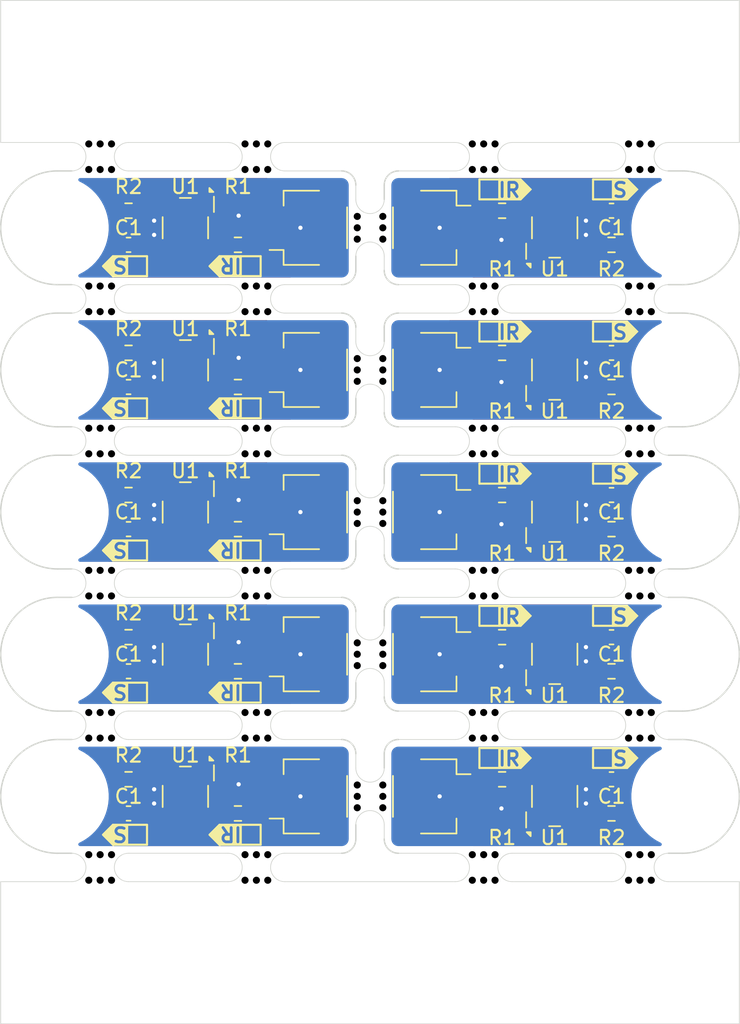
<source format=kicad_pcb>
(kicad_pcb (version 20240108) (generator "pcbnew") (generator_version "8.0")
  (layers (0 "F.Cu" signal) (31 "B.Cu" signal) (34 "B.Paste" user) (35 "F.Paste" user) (36 "B.SilkS" user "B.Silkscreen") (37 "F.SilkS" user "F.Silkscreen") (38 "B.Mask" user) (39 "F.Mask" user) (44 "Edge.Cuts" user))
  (net 0 "")
  (net 1 "/OUT_H")
  (net 2 "+3V3")
  (net 3 "GND")
  (net 4 "/OUT")
  (net 5 "/IR_H")
  (footprint "common:JST_SH_SM03B-SRSS-TB_1x03-1MP_P1.00mm_Horizontal" (layer "F.Cu") (at 122.7 84 90)
    (property "Reference" "J1" (hide yes))
    (property "Value" "SM03B-SRSS-TB" (hide yes))
  )
  (footprint "Capacitor_SMD:C_0603_1608Metric" (layer "F.Cu") (at 144 82.8 180)
    (property "Reference" "C1")
    (property "Value" "10n")
  )
  (footprint "common:Mouse_Bite" (layer "F.Cu") (at 119 109)
    (property "Reference" "REF**" (hide yes))
    (property "Value" "Mouse_Bite" (hide yes))
    (fp_arc (start -2 -1) (mid -1 0) (end -2 1) (stroke (width 0.05)) (layer "Edge.Cuts"))
    (fp_arc (start 2 1) (mid 1 0) (end 2 -1) (stroke (width 0.05)) (layer "Edge.Cuts"))
  )
  (footprint "Resistor_SMD:R_0603_1608Metric" (layer "F.Cu") (at 110 72.8 180)
    (property "Reference" "R2")
    (property "Value" "220")
  )
  (footprint "common:Mouse_Bite" (layer "F.Cu") (at 119 79)
    (property "Reference" "REF**" (hide yes))
    (property "Value" "Mouse_Bite" (hide yes))
    (fp_arc (start -2 -1) (mid -1 0) (end -2 1) (stroke (width 0.05)) (layer "Edge.Cuts"))
    (fp_arc (start 2 1) (mid 1 0) (end 2 -1) (stroke (width 0.05)) (layer "Edge.Cuts"))
  )
  (footprint "Resistor_SMD:R_0603_1608Metric" (layer "F.Cu") (at 136.3 72.8)
    (property "Reference" "R1")
    (property "Value" "100")
  )
  (footprint "common:Mouse_Bite" (layer "F.Cu") (at 135 99 180)
    (property "Reference" "REF**" (hide yes))
    (property "Value" "Mouse_Bite" (hide yes))
    (fp_arc (start 2 1) (mid 1 0) (end 2 -1) (stroke (width 0.05)) (layer "Edge.Cuts"))
    (fp_arc (start -2 -1) (mid -1 0) (end -2 1) (stroke (width 0.05)) (layer "Edge.Cuts"))
  )
  (footprint "Capacitor_SMD:C_0603_1608Metric" (layer "F.Cu") (at 144 72.8 180)
    (property "Reference" "C1")
    (property "Value" "10n")
  )
  (footprint "Capacitor_SMD:C_0603_1608Metric" (layer "F.Cu") (at 110 85.2)
    (property "Reference" "C1")
    (property "Value" "10n")
  )
  (footprint "OptoDevice:Sharp_GP2S700HCP" (layer "F.Cu") (at 140 114 90)
    (property "Reference" "U1")
    (property "Value" "EE-SY1201")
  )
  (footprint "OptoDevice:Sharp_GP2S700HCP" (layer "F.Cu") (at 140 74 90)
    (property "Reference" "U1")
    (property "Value" "EE-SY1201")
  )
  (footprint "MountingHole:MountingHole_3.2mm_M3" (layer "F.Cu") (at 149 74)
    (property "Reference" "REF**" (hide yes))
    (property "Value" "MountingHole_3.2mm_M3" (hide yes))
  )
  (footprint "MountingHole:MountingHole_3.2mm_M3" (layer "F.Cu") (at 149 84)
    (property "Reference" "REF**" (hide yes))
    (property "Value" "MountingHole_3.2mm_M3" (hide yes))
  )
  (footprint "Resistor_SMD:R_0603_1608Metric" (layer "F.Cu") (at 110 112.8 180)
    (property "Reference" "R2")
    (property "Value" "220")
  )
  (footprint "Resistor_SMD:R_0603_1608Metric" (layer "F.Cu") (at 117.7 95.2 180)
    (property "Reference" "R1")
    (property "Value" "100")
  )
  (footprint "OptoDevice:Sharp_GP2S700HCP" (layer "F.Cu") (at 114 114 -90)
    (property "Reference" "U1")
    (property "Value" "EE-SY1201")
  )
  (footprint "Resistor_SMD:R_0603_1608Metric" (layer "F.Cu") (at 144 115.2)
    (property "Reference" "R2")
    (property "Value" "220")
  )
  (footprint "Resistor_SMD:R_0603_1608Metric" (layer "F.Cu") (at 110 82.8 180)
    (property "Reference" "R2")
    (property "Value" "220")
  )
  (footprint "Resistor_SMD:R_0603_1608Metric" (layer "F.Cu") (at 144 85.2)
    (property "Reference" "R2")
    (property "Value" "220")
  )
  (footprint "common:Mouse_Bite" (layer "F.Cu") (at 119 69)
    (property "Reference" "REF**" (hide yes))
    (property "Value" "Mouse_Bite" (hide yes))
    (fp_arc (start -2 -1) (mid -1 0) (end -2 1) (stroke (width 0.05)) (layer "Edge.Cuts"))
    (fp_arc (start 2 1) (mid 1 0) (end 2 -1) (stroke (width 0.05)) (layer "Edge.Cuts"))
  )
  (footprint "common:Mouse_Bite" (layer "F.Cu") (at 146 79 180)
    (property "Reference" "REF**" (hide yes))
    (property "Value" "Mouse_Bite" (hide yes))
    (fp_arc (start 2 1) (mid 1 0) (end 2 -1) (stroke (width 0.05)) (layer "Edge.Cuts"))
    (fp_arc (start -2 -1) (mid -1 0) (end -2 1) (stroke (width 0.05)) (layer "Edge.Cuts"))
  )
  (footprint "common:Mouse_Bite" (layer "F.Cu") (at 135 119)
    (property "Reference" "REF**" (hide yes))
    (property "Value" "Mouse_Bite" (hide yes))
    (fp_arc (start -2 -1) (mid -1 0) (end -2 1) (stroke (width 0.05)) (layer "Edge.Cuts"))
    (fp_arc (start 2 1) (mid 1 0) (end 2 -1) (stroke (width 0.05)) (layer "Edge.Cuts"))
  )
  (footprint "common:Mouse_Bite" (layer "F.Cu") (at 146 69 180)
    (property "Reference" "REF**" (hide yes))
    (property "Value" "Mouse_Bite" (hide yes))
    (fp_arc (start 2 1) (mid 1 0) (end 2 -1) (stroke (width 0.05)) (layer "Edge.Cuts"))
    (fp_arc (start -2 -1) (mid -1 0) (end -2 1) (stroke (width 0.05)) (layer "Edge.Cuts"))
  )
  (footprint "MountingHole:MountingHole_3.2mm_M3" (layer "F.Cu") (at 105 104 180)
    (property "Reference" "REF**" (hide yes))
    (property "Value" "MountingHole_3.2mm_M3" (hide yes))
  )
  (footprint "OptoDevice:Sharp_GP2S700HCP" (layer "F.Cu") (at 114 104 -90)
    (property "Reference" "U1")
    (property "Value" "EE-SY1201")
  )
  (footprint "Capacitor_SMD:C_0603_1608Metric" (layer "F.Cu") (at 110 105.2)
    (property "Reference" "C1")
    (property "Value" "10n")
  )
  (footprint "OptoDevice:Sharp_GP2S700HCP" (layer "F.Cu") (at 140 104 90)
    (property "Reference" "U1")
    (property "Value" "EE-SY1201")
  )
  (footprint "common:Mouse_Bite" (layer "F.Cu") (at 135 69 180)
    (property "Reference" "REF**" (hide yes))
    (property "Value" "Mouse_Bite" (hide yes))
    (fp_arc (start 2 1) (mid 1 0) (end 2 -1) (stroke (width 0.05)) (layer "Edge.Cuts"))
    (fp_arc (start -2 -1) (mid -1 0) (end -2 1) (stroke (width 0.05)) (layer "Edge.Cuts"))
  )
  (footprint "OptoDevice:Sharp_GP2S700HCP" (layer "F.Cu") (at 114 84 -90)
    (property "Reference" "U1")
    (property "Value" "EE-SY1201")
  )
  (footprint "Resistor_SMD:R_0603_1608Metric" (layer "F.Cu") (at 136.3 82.8)
    (property "Reference" "R1")
    (property "Value" "100")
  )
  (footprint "Capacitor_SMD:C_0603_1608Metric" (layer "F.Cu") (at 144 92.8 180)
    (property "Reference" "C1")
    (property "Value" "10n")
  )
  (footprint "Resistor_SMD:R_0603_1608Metric" (layer "F.Cu") (at 117.7 115.2 180)
    (property "Reference" "R1")
    (property "Value" "100")
  )
  (footprint "common:Mouse_Bite" (layer "F.Cu") (at 119 89)
    (property "Reference" "REF**" (hide yes))
    (property "Value" "Mouse_Bite" (hide yes))
    (fp_arc (start -2 -1) (mid -1 0) (end -2 1) (stroke (width 0.05)) (layer "Edge.Cuts"))
    (fp_arc (start 2 1) (mid 1 0) (end 2 -1) (stroke (width 0.05)) (layer "Edge.Cuts"))
  )
  (footprint "Capacitor_SMD:C_0603_1608Metric" (layer "F.Cu") (at 144 112.8 180)
    (property "Reference" "C1")
    (property "Value" "10n")
  )
  (footprint "OptoDevice:Sharp_GP2S700HCP" (layer "F.Cu") (at 114 74 -90)
    (property "Reference" "U1")
    (property "Value" "EE-SY1201")
  )
  (footprint "common:Mouse_Bite" (layer "F.Cu") (at 108 69)
    (property "Reference" "REF**" (hide yes))
    (property "Value" "Mouse_Bite" (hide yes))
    (fp_arc (start -2 -1) (mid -1 0) (end -2 1) (stroke (width 0.05)) (layer "Edge.Cuts"))
    (fp_arc (start 2 1) (mid 1 0) (end 2 -1) (stroke (width 0.05)) (layer "Edge.Cuts"))
  )
  (footprint "OptoDevice:Sharp_GP2S700HCP" (layer "F.Cu") (at 140 94 90)
    (property "Reference" "U1")
    (property "Value" "EE-SY1201")
  )
  (footprint "common:Mouse_Bite" (layer "F.Cu") (at 108 99)
    (property "Reference" "REF**" (hide yes))
    (property "Value" "Mouse_Bite" (hide yes))
    (fp_arc (start -2 -1) (mid -1 0) (end -2 1) (stroke (width 0.05)) (layer "Edge.Cuts"))
    (fp_arc (start 2 1) (mid 1 0) (end 2 -1) (stroke (width 0.05)) (layer "Edge.Cuts"))
  )
  (footprint "common:JST_SH_SM03B-SRSS-TB_1x03-1MP_P1.00mm_Horizontal" (layer "F.Cu") (at 122.7 74 90)
    (property "Reference" "J1" (hide yes))
    (property "Value" "SM03B-SRSS-TB" (hide yes))
  )
  (footprint "Resistor_SMD:R_0603_1608Metric" (layer "F.Cu") (at 136.3 92.8)
    (property "Reference" "R1")
    (property "Value" "100")
  )
  (footprint "Resistor_SMD:R_0603_1608Metric" (layer "F.Cu") (at 144 95.2)
    (property "Reference" "R2")
    (property "Value" "220")
  )
  (footprint "Capacitor_SMD:C_0603_1608Metric" (layer "F.Cu") (at 110 75.2)
    (property "Reference" "C1")
    (property "Value" "10n")
  )
  (footprint "common:Mouse_Bite" (layer "F.Cu") (at 108 79)
    (property "Reference" "REF**" (hide yes))
    (property "Value" "Mouse_Bite" (hide yes))
    (fp_arc (start -2 -1) (mid -1 0) (end -2 1) (stroke (width 0.05)) (layer "Edge.Cuts"))
    (fp_arc (start 2 1) (mid 1 0) (end 2 -1) (stroke (width 0.05)) (layer "Edge.Cuts"))
  )
  (footprint "common:JST_SH_SM03B-SRSS-TB_1x03-1MP_P1.00mm_Horizontal" (layer "F.Cu") (at 131.3 84 -90)
    (property "Reference" "J1" (hide yes))
    (property "Value" "SM03B-SRSS-TB" (hide yes))
  )
  (footprint "MountingHole:MountingHole_3.2mm_M3" (layer "F.Cu") (at 149 94)
    (property "Reference" "REF**" (hide yes))
    (property "Value" "MountingHole_3.2mm_M3" (hide yes))
  )
  (footprint "common:Mouse_Bite" (layer "F.Cu") (at 127 84 -90)
    (property "Reference" "REF**" (hide yes))
    (property "Value" "Mouse_Bite" (hide yes))
    (fp_arc (start 2 1) (mid 1 0) (end 2 -1) (stroke (width 0.05)) (layer "Edge.Cuts"))
    (fp_arc (start -2 -1) (mid -1 0) (end -2 1) (stroke (width 0.05)) (layer "Edge.Cuts"))
  )
  (footprint "common:JST_SH_SM03B-SRSS-TB_1x03-1MP_P1.00mm_Horizontal" (layer "F.Cu") (at 131.3 94 -90)
    (property "Reference" "J1" (hide yes))
    (property "Value" "SM03B-SRSS-TB" (hide yes))
  )
  (footprint "Resistor_SMD:R_0603_1608Metric" (layer "F.Cu") (at 117.7 85.2 180)
    (property "Reference" "R1")
    (property "Value" "100")
  )
  (footprint "common:Mouse_Bite" (layer "F.Cu") (at 127 74 -90)
    (property "Reference" "REF**" (hide yes))
    (property "Value" "Mouse_Bite" (hide yes))
    (fp_arc (start 2 1) (mid 1 0) (end 2 -1) (stroke (width 0.05)) (layer "Edge.Cuts"))
    (fp_arc (start -2 -1) (mid -1 0) (end -2 1) (stroke (width 0.05)) (layer "Edge.Cuts"))
  )
  (footprint "common:Mouse_Bite" (layer "F.Cu") (at 135 109 180)
    (property "Reference" "REF**" (hide yes))
    (property "Value" "Mouse_Bite" (hide yes))
    (fp_arc (start 2 1) (mid 1 0) (end 2 -1) (stroke (width 0.05)) (layer "Edge.Cuts"))
    (fp_arc (start -2 -1) (mid -1 0) (end -2 1) (stroke (width 0.05)) (layer "Edge.Cuts"))
  )
  (footprint "Resistor_SMD:R_0603_1608Metric" (layer "F.Cu") (at 136.3 102.8)
    (property "Reference" "R1")
    (property "Value" "100")
  )
  (footprint "common:JST_SH_SM03B-SRSS-TB_1x03-1MP_P1.00mm_Horizontal" (layer "F.Cu") (at 122.7 104 90)
    (property "Reference" "J1" (hide yes))
    (property "Value" "SM03B-SRSS-TB" (hide yes))
  )
  (footprint "common:JST_SH_SM03B-SRSS-TB_1x03-1MP_P1.00mm_Horizontal" (layer "F.Cu") (at 131.3 74 -90)
    (property "Reference" "J1" (hide yes))
    (property "Value" "SM03B-SRSS-TB" (hide yes))
  )
  (footprint "common:Mouse_Bite" (layer "F.Cu") (at 146 109 180)
    (property "Reference" "REF**" (hide yes))
    (property "Value" "Mouse_Bite" (hide yes))
    (fp_arc (start 2 1) (mid 1 0) (end 2 -1) (stroke (width 0.05)) (layer "Edge.Cuts"))
    (fp_arc (start -2 -1) (mid -1 0) (end -2 1) (stroke (width 0.05)) (layer "Edge.Cuts"))
  )
  (footprint "Resistor_SMD:R_0603_1608Metric" (layer "F.Cu") (at 110 102.8 180)
    (property "Reference" "R2")
    (property "Value" "220")
  )
  (footprint "Capacitor_SMD:C_0603_1608Metric" (layer "F.Cu") (at 144 102.8 180)
    (property "Reference" "C1")
    (property "Value" "10n")
  )
  (footprint "Capacitor_SMD:C_0603_1608Metric" (layer "F.Cu") (at 110 115.2)
    (property "Reference" "C1")
    (property "Value" "10n")
  )
  (footprint "common:Mouse_Bite" (layer "F.Cu") (at 127 114 -90)
    (property "Reference" "REF**" (hide yes))
    (property "Value" "Mouse_Bite" (hide yes))
    (fp_arc (start 2 1) (mid 1 0) (end 2 -1) (stroke (width 0.05)) (layer "Edge.Cuts"))
    (fp_arc (start -2 -1) (mid -1 0) (end -2 1) (stroke (width 0.05)) (layer "Edge.Cuts"))
  )
  (footprint "MountingHole:MountingHole_3.2mm_M3" (layer "F.Cu") (at 149 114)
    (property "Reference" "REF**" (hide yes))
    (property "Value" "MountingHole_3.2mm_M3" (hide yes))
  )
  (footprint "Resistor_SMD:R_0603_1608Metric" (layer "F.Cu") (at 117.7 105.2 180)
    (property "Reference" "R1")
    (property "Value" "100")
  )
  (footprint "common:JST_SH_SM03B-SRSS-TB_1x03-1MP_P1.00mm_Horizontal" (layer "F.Cu") (at 122.7 114 90)
    (property "Reference" "J1" (hide yes))
    (property "Value" "SM03B-SRSS-TB" (hide yes))
  )
  (footprint "MountingHole:MountingHole_3.2mm_M3" (layer "F.Cu") (at 105 74 180)
    (property "Reference" "REF**" (hide yes))
    (property "Value" "MountingHole_3.2mm_M3" (hide yes))
  )
  (footprint "MountingHole:MountingHole_3.2mm_M3" (layer "F.Cu") (at 105 94 180)
    (property "Reference" "REF**" (hide yes))
    (property "Value" "MountingHole_3.2mm_M3" (hide yes))
  )
  (footprint "common:Mouse_Bite" (layer "F.Cu") (at 146 89 180)
    (property "Reference" "REF**" (hide yes))
    (property "Value" "Mouse_Bite" (hide yes))
    (fp_arc (start 2 1) (mid 1 0) (end 2 -1) (stroke (width 0.05)) (layer "Edge.Cuts"))
    (fp_arc (start -2 -1) (mid -1 0) (end -2 1) (stroke (width 0.05)) (layer "Edge.Cuts"))
  )
  (footprint "common:JST_SH_SM03B-SRSS-TB_1x03-1MP_P1.00mm_Horizontal" (layer "F.Cu") (at 131.3 114 -90)
    (property "Reference" "J1" (hide yes))
    (property "Value" "SM03B-SRSS-TB" (hide yes))
  )
  (footprint "MountingHole:MountingHole_3.2mm_M3" (layer "F.Cu") (at 149 104)
    (property "Reference" "REF**" (hide yes))
    (property "Value" "MountingHole_3.2mm_M3" (hide yes))
  )
  (footprint "common:Mouse_Bite" (layer "F.Cu") (at 146 119)
    (property "Reference" "REF**" (hide yes))
    (property "Value" "Mouse_Bite" (hide yes))
    (fp_arc (start -2 -1) (mid -1 0) (end -2 1) (stroke (width 0.05)) (layer "Edge.Cuts"))
    (fp_arc (start 2 1) (mid 1 0) (end 2 -1) (stroke (width 0.05)) (layer "Edge.Cuts"))
  )
  (footprint "Resistor_SMD:R_0603_1608Metric" (layer "F.Cu") (at 117.7 75.2 180)
    (property "Reference" "R1")
    (property "Value" "100")
  )
  (footprint "common:Mouse_Bite" (layer "F.Cu") (at 108 89)
    (property "Reference" "REF**" (hide yes))
    (property "Value" "Mouse_Bite" (hide yes))
    (fp_arc (start -2 -1) (mid -1 0) (end -2 1) (stroke (width 0.05)) (layer "Edge.Cuts"))
    (fp_arc (start 2 1) (mid 1 0) (end 2 -1) (stroke (width 0.05)) (layer "Edge.Cuts"))
  )
  (footprint "Resistor_SMD:R_0603_1608Metric" (layer "F.Cu") (at 144 75.2)
    (property "Reference" "R2")
    (property "Value" "220")
  )
  (footprint "common:Mouse_Bite" (layer "F.Cu") (at 135 89 180)
    (property "Reference" "REF**" (hide yes))
    (property "Value" "Mouse_Bite" (hide yes))
    (fp_arc (start 2 1) (mid 1 0) (end 2 -1) (stroke (width 0.05)) (layer "Edge.Cuts"))
    (fp_arc (start -2 -1) (mid -1 0) (end -2 1) (stroke (width 0.05)) (layer "Edge.Cuts"))
  )
  (footprint "common:JST_SH_SM03B-SRSS-TB_1x03-1MP_P1.00mm_Horizontal" (layer "F.Cu") (at 122.7 94 90)
    (property "Reference" "J1" (hide yes))
    (property "Value" "SM03B-SRSS-TB" (hide yes))
  )
  (footprint "common:JST_SH_SM03B-SRSS-TB_1x03-1MP_P1.00mm_Horizontal" (layer "F.Cu") (at 131.3 104 -90)
    (property "Reference" "J1" (hide yes))
    (property "Value" "SM03B-SRSS-TB" (hide yes))
  )
  (footprint "common:Mouse_Bite" (layer "F.Cu") (at 119 119)
    (property "Reference" "REF**" (hide yes))
    (property "Value" "Mouse_Bite" (hide yes))
    (fp_arc (start -2 -1) (mid -1 0) (end -2 1) (stroke (width 0.05)) (layer "Edge.Cuts"))
    (fp_arc (start 2 1) (mid 1 0) (end 2 -1) (stroke (width 0.05)) (layer "Edge.Cuts"))
  )
  (footprint "common:Mouse_Bite" (layer "F.Cu") (at 135 79 180)
    (property "Reference" "REF**" (hide yes))
    (property "Value" "Mouse_Bite" (hide yes))
    (fp_arc (start 2 1) (mid 1 0) (end 2 -1) (stroke (width 0.05)) (layer "Edge.Cuts"))
    (fp_arc (start -2 -1) (mid -1 0) (end -2 1) (stroke (width 0.05)) (layer "Edge.Cuts"))
  )
  (footprint "MountingHole:MountingHole_3.2mm_M3" (layer "F.Cu") (at 105 114 180)
    (property "Reference" "REF**" (hide yes))
    (property "Value" "MountingHole_3.2mm_M3" (hide yes))
  )
  (footprint "Capacitor_SMD:C_0603_1608Metric" (layer "F.Cu") (at 110 95.2)
    (property "Reference" "C1")
    (property "Value" "10n")
  )
  (footprint "common:Mouse_Bite" (layer "F.Cu") (at 108 109)
    (property "Reference" "REF**" (hide yes))
    (property "Value" "Mouse_Bite" (hide yes))
    (fp_arc (start -2 -1) (mid -1 0) (end -2 1) (stroke (width 0.05)) (layer "Edge.Cuts"))
    (fp_arc (start 2 1) (mid 1 0) (end 2 -1) (stroke (width 0.05)) (layer "Edge.Cuts"))
  )
  (footprint "OptoDevice:Sharp_GP2S700HCP" (layer "F.Cu") (at 140 84 90)
    (property "Reference" "U1")
    (property "Value" "EE-SY1201")
  )
  (footprint "common:Mouse_Bite" (layer "F.Cu") (at 127 94 -90)
    (property "Reference" "REF**" (hide yes))
    (property "Value" "Mouse_Bite" (hide yes))
    (fp_arc (start 2 1) (mid 1 0) (end 2 -1) (stroke (width 0.05)) (layer "Edge.Cuts"))
    (fp_arc (start -2 -1) (mid -1 0) (end -2 1) (stroke (width 0.05)) (layer "Edge.Cuts"))
  )
  (footprint "common:Mouse_Bite" (layer "F.Cu") (at 146 99 180)
    (property "Reference" "REF**" (hide yes))
    (property "Value" "Mouse_Bite" (hide yes))
    (fp_arc (start 2 1) (mid 1 0) (end 2 -1) (stroke (width 0.05)) (layer "Edge.Cuts"))
    (fp_arc (start -2 -1) (mid -1 0) (end -2 1) (stroke (width 0.05)) (layer "Edge.Cuts"))
  )
  (footprint "common:Mouse_Bite" (layer "F.Cu") (at 127 104 -90)
    (property "Reference" "REF**" (hide yes))
    (property "Value" "Mouse_Bite" (hide yes))
    (fp_arc (start 2 1) (mid 1 0) (end 2 -1) (stroke (width 0.05)) (layer "Edge.Cuts"))
    (fp_arc (start -2 -1) (mid -1 0) (end -2 1) (stroke (width 0.05)) (layer "Edge.Cuts"))
  )
  (footprint "MountingHole:MountingHole_3.2mm_M3" (layer "F.Cu") (at 105 84 180)
    (property "Reference" "REF**" (hide yes))
    (property "Value" "MountingHole_3.2mm_M3" (hide yes))
  )
  (footprint "Resistor_SMD:R_0603_1608Metric" (layer "F.Cu") (at 144 105.2)
    (property "Reference" "R2")
    (property "Value" "220")
  )
  (footprint "common:Mouse_Bite" (layer "F.Cu") (at 108 119)
    (property "Reference" "REF**" (hide yes))
    (property "Value" "Mouse_Bite" (hide yes))
    (fp_arc (start -2 -1) (mid -1 0) (end -2 1) (stroke (width 0.05)) (layer "Edge.Cuts"))
    (fp_arc (start 2 1) (mid 1 0) (end 2 -1) (stroke (width 0.05)) (layer "Edge.Cuts"))
  )
  (footprint "Resistor_SMD:R_0603_1608Metric" (layer "F.Cu") (at 110 92.8 180)
    (property "Reference" "R2")
    (property "Value" "220")
  )
  (footprint "OptoDevice:Sharp_GP2S700HCP" (layer "F.Cu") (at 114 94 -90)
    (property "Reference" "U1")
    (property "Value" "EE-SY1201")
  )
  (footprint "common:Mouse_Bite" (layer "F.Cu") (at 119 99)
    (property "Reference" "REF**" (hide yes))
    (property "Value" "Mouse_Bite" (hide yes))
    (fp_arc (start -2 -1) (mid -1 0) (end -2 1) (stroke (width 0.05)) (layer "Edge.Cuts"))
    (fp_arc (start 2 1) (mid 1 0) (end 2 -1) (stroke (width 0.05)) (layer "Edge.Cuts"))
  )
  (footprint "Resistor_SMD:R_0603_1608Metric" (layer "F.Cu") (at 136.3 112.8)
    (property "Reference" "R1")
    (property "Value" "100")
  )
  (gr_line (start 142.7 90.6) (end 142.7 92) (stroke (width 0.15)) (layer "F.SilkS"))
  (gr_line (start 134.7 90.6) (end 134.7 92) (stroke (width 0.15)) (layer "F.SilkS"))
  (gr_line (start 145.1 70.6) (end 144.1 70.6) (stroke (width 0.15)) (layer "F.SilkS"))
  (gr_line (start 136.1 102) (end 137.6 102) (stroke (width 0.15)) (layer "F.SilkS"))
  (gr_line (start 117.9 97.4) (end 117.9 96) (stroke (width 0.15)) (layer "F.SilkS"))
  (gr_poly (pts (xy 137.6 80.6) (xy 137.6 82) (xy 138.3 81.3)) (stroke (width 0.15)) (fill solid) (layer "F.SilkS"))
  (gr_line (start 142.7 90.6) (end 144.1 90.6) (stroke (width 0.15)) (layer "F.SilkS"))
  (gr_line (start 136.1 80.6) (end 136.1 82) (stroke (width 0.15)) (layer "F.SilkS"))
  (gr_line (start 111.3 97.4) (end 111.3 96) (stroke (width 0.15)) (layer "F.SilkS"))
  (gr_line (start 119.3 86) (end 117.9 86) (stroke (width 0.15)) (layer "F.SilkS"))
  (gr_line (start 134.7 90.6) (end 136.1 90.6) (stroke (width 0.15)) (layer "F.SilkS"))
  (gr_line (start 116.4 97.4) (end 117.9 97.4) (stroke (width 0.15)) (layer "F.SilkS"))
  (gr_line (start 145.1 100.6) (end 144.1 100.6) (stroke (width 0.15)) (layer "F.SilkS"))
  (gr_line (start 111.3 97.4) (end 109.9 97.4) (stroke (width 0.15)) (layer "F.SilkS"))
  (gr_line (start 116.4 107.4) (end 117.9 107.4) (stroke (width 0.15)) (layer "F.SilkS"))
  (gr_line (start 144.1 92) (end 145.1 92) (stroke (width 0.15)) (layer "F.SilkS"))
  (gr_line (start 111.3 77.4) (end 111.3 76) (stroke (width 0.15)) (layer "F.SilkS"))
  (gr_line (start 116.4 117.4) (end 117.9 117.4) (stroke (width 0.15)) (layer "F.SilkS"))
  (gr_line (start 111.3 86) (end 109.9 86) (stroke (width 0.15)) (layer "F.SilkS"))
  (gr_poly (pts (xy 137.6 100.6) (xy 137.6 102) (xy 138.3 101.3)) (stroke (width 0.15)) (fill solid) (layer "F.SilkS"))
  (gr_line (start 145.1 90.6) (end 144.1 90.6) (stroke (width 0.15)) (layer "F.SilkS"))
  (gr_line (start 109.9 86) (end 108.9 86) (stroke (width 0.15)) (layer "F.SilkS"))
  (gr_poly (pts (xy 108.9 87.4) (xy 108.9 86) (xy 108.2 86.7)) (stroke (width 0.15)) (fill solid) (layer "F.SilkS"))
  (gr_line (start 117.9 86) (end 116.4 86) (stroke (width 0.15)) (layer "F.SilkS"))
  (gr_line (start 108.9 117.4) (end 109.9 117.4) (stroke (width 0.15)) (layer "F.SilkS"))
  (gr_line (start 119.3 96) (end 117.9 96) (stroke (width 0.15)) (layer "F.SilkS"))
  (gr_line (start 145.1 110.6) (end 144.1 110.6) (stroke (width 0.15)) (layer "F.SilkS"))
  (gr_line (start 116.4 77.4) (end 117.9 77.4) (stroke (width 0.15)) (layer "F.SilkS"))
  (gr_line (start 109.9 76) (end 108.9 76) (stroke (width 0.15)) (layer "F.SilkS"))
  (gr_line (start 142.7 70.6) (end 142.7 72) (stroke (width 0.15)) (layer "F.SilkS"))
  (gr_line (start 142.7 112) (end 144.1 112) (stroke (width 0.15)) (layer "F.SilkS"))
  (gr_line (start 142.7 80.6) (end 142.7 82) (stroke (width 0.15)) (layer "F.SilkS"))
  (gr_line (start 134.7 102) (end 136.1 102) (stroke (width 0.15)) (layer "F.SilkS"))
  (gr_line (start 119.3 97.4) (end 117.9 97.4) (stroke (width 0.15)) (layer "F.SilkS"))
  (gr_line (start 137.6 70.6) (end 136.1 70.6) (stroke (width 0.15)) (layer "F.SilkS"))
  (gr_line (start 111.3 76) (end 109.9 76) (stroke (width 0.15)) (layer "F.SilkS"))
  (gr_line (start 109.9 87.4) (end 109.9 86) (stroke (width 0.15)) (layer "F.SilkS"))
  (gr_line (start 117.9 96) (end 116.4 96) (stroke (width 0.15)) (layer "F.SilkS"))
  (gr_line (start 109.9 107.4) (end 109.9 106) (stroke (width 0.15)) (layer "F.SilkS"))
  (gr_line (start 108.9 97.4) (end 109.9 97.4) (stroke (width 0.15)) (layer "F.SilkS"))
  (gr_poly (pts (xy 145.1 110.6) (xy 145.1 112) (xy 145.8 111.3)) (stroke (width 0.15)) (fill solid) (layer "F.SilkS"))
  (gr_line (start 136.1 112) (end 137.6 112) (stroke (width 0.15)) (layer "F.SilkS"))
  (gr_line (start 111.3 87.4) (end 111.3 86) (stroke (width 0.15)) (layer "F.SilkS"))
  (gr_line (start 117.9 106) (end 116.4 106) (stroke (width 0.15)) (layer "F.SilkS"))
  (gr_line (start 136.1 110.6) (end 136.1 112) (stroke (width 0.15)) (layer "F.SilkS"))
  (gr_line (start 111.3 107.4) (end 109.9 107.4) (stroke (width 0.15)) (layer "F.SilkS"))
  (gr_line (start 144.1 82) (end 145.1 82) (stroke (width 0.15)) (layer "F.SilkS"))
  (gr_line (start 144.1 110.6) (end 144.1 112) (stroke (width 0.15)) (layer "F.SilkS"))
  (gr_line (start 108.9 77.4) (end 109.9 77.4) (stroke (width 0.15)) (layer "F.SilkS"))
  (gr_line (start 111.3 77.4) (end 109.9 77.4) (stroke (width 0.15)) (layer "F.SilkS"))
  (gr_poly (pts (xy 108.9 107.4) (xy 108.9 106) (xy 108.2 106.7)) (stroke (width 0.15)) (fill solid) (layer "F.SilkS"))
  (gr_line (start 119.3 77.4) (end 119.3 76) (stroke (width 0.15)) (layer "F.SilkS"))
  (gr_line (start 119.3 87.4) (end 117.9 87.4) (stroke (width 0.15)) (layer "F.SilkS"))
  (gr_line (start 137.6 80.6) (end 136.1 80.6) (stroke (width 0.15)) (layer "F.SilkS"))
  (gr_poly (pts (xy 145.1 100.6) (xy 145.1 102) (xy 145.8 101.3)) (stroke (width 0.15)) (fill solid) (layer "F.SilkS"))
  (gr_line (start 111.3 106) (end 109.9 106) (stroke (width 0.15)) (layer "F.SilkS"))
  (gr_line (start 108.9 87.4) (end 109.9 87.4) (stroke (width 0.15)) (layer "F.SilkS"))
  (gr_line (start 142.7 72) (end 144.1 72) (stroke (width 0.15)) (layer "F.SilkS"))
  (gr_line (start 134.7 70.6) (end 136.1 70.6) (stroke (width 0.15)) (layer "F.SilkS"))
  (gr_line (start 142.7 82) (end 144.1 82) (stroke (width 0.15)) (layer "F.SilkS"))
  (gr_line (start 109.9 96) (end 108.9 96) (stroke (width 0.15)) (layer "F.SilkS"))
  (gr_line (start 111.3 117.4) (end 109.9 117.4) (stroke (width 0.15)) (layer "F.SilkS"))
  (gr_line (start 137.6 100.6) (end 136.1 100.6) (stroke (width 0.15)) (layer "F.SilkS"))
  (gr_line (start 109.9 77.4) (end 109.9 76) (stroke (width 0.15)) (layer "F.SilkS"))
  (gr_line (start 117.9 77.4) (end 117.9 76) (stroke (width 0.15)) (layer "F.SilkS"))
  (gr_line (start 117.9 76) (end 116.4 76) (stroke (width 0.15)) (layer "F.SilkS"))
  (gr_line (start 119.3 117.4) (end 119.3 116) (stroke (width 0.15)) (layer "F.SilkS"))
  (gr_poly (pts (xy 116.4 77.4) (xy 116.4 76) (xy 115.7 76.7)) (stroke (width 0.15)) (fill solid) (layer "F.SilkS"))
  (gr_line (start 134.7 112) (end 136.1 112) (stroke (width 0.15)) (layer "F.SilkS"))
  (gr_line (start 136.1 90.6) (end 136.1 92) (stroke (width 0.15)) (layer "F.SilkS"))
  (gr_line (start 142.7 110.6) (end 142.7 112) (stroke (width 0.15)) (layer "F.SilkS"))
  (gr_line (start 142.7 110.6) (end 144.1 110.6) (stroke (width 0.15)) (layer "F.SilkS"))
  (gr_line (start 134.7 100.6) (end 134.7 102) (stroke (width 0.15)) (layer "F.SilkS"))
  (gr_line (start 134.7 80.6) (end 136.1 80.6) (stroke (width 0.15)) (layer "F.SilkS"))
  (gr_line (start 134.7 100.6) (end 136.1 100.6) (stroke (width 0.15)) (layer "F.SilkS"))
  (gr_line (start 136.1 72) (end 137.6 72) (stroke (width 0.15)) (layer "F.SilkS"))
  (gr_line (start 142.7 102) (end 144.1 102) (stroke (width 0.15)) (layer "F.SilkS"))
  (gr_line (start 109.9 106) (end 108.9 106) (stroke (width 0.15)) (layer "F.SilkS"))
  (gr_line (start 134.7 110.6) (end 136.1 110.6) (stroke (width 0.15)) (layer "F.SilkS"))
  (gr_line (start 134.7 72) (end 136.1 72) (stroke (width 0.15)) (layer "F.SilkS"))
  (gr_poly (pts (xy 116.4 97.4) (xy 116.4 96) (xy 115.7 96.7)) (stroke (width 0.15)) (fill solid) (layer "F.SilkS"))
  (gr_line (start 119.3 116) (end 117.9 116) (stroke (width 0.15)) (layer "F.SilkS"))
  (gr_poly (pts (xy 145.1 90.6) (xy 145.1 92) (xy 145.8 91.3)) (stroke (width 0.15)) (fill solid) (layer "F.SilkS"))
  (gr_poly (pts (xy 137.6 70.6) (xy 137.6 72) (xy 138.3 71.3)) (stroke (width 0.15)) (fill solid) (layer "F.SilkS"))
  (gr_line (start 145.1 80.6) (end 144.1 80.6) (stroke (width 0.15)) (layer "F.SilkS"))
  (gr_line (start 134.7 80.6) (end 134.7 82) (stroke (width 0.15)) (layer "F.SilkS"))
  (gr_line (start 119.3 76) (end 117.9 76) (stroke (width 0.15)) (layer "F.SilkS"))
  (gr_line (start 144.1 72) (end 145.1 72) (stroke (width 0.15)) (layer "F.SilkS"))
  (gr_line (start 119.3 87.4) (end 119.3 86) (stroke (width 0.15)) (layer "F.SilkS"))
  (gr_line (start 144.1 112) (end 145.1 112) (stroke (width 0.15)) (layer "F.SilkS"))
  (gr_line (start 119.3 106) (end 117.9 106) (stroke (width 0.15)) (layer "F.SilkS"))
  (gr_line (start 108.9 107.4) (end 109.9 107.4) (stroke (width 0.15)) (layer "F.SilkS"))
  (gr_poly (pts (xy 145.1 70.6) (xy 145.1 72) (xy 145.8 71.3)) (stroke (width 0.15)) (fill solid) (layer "F.SilkS"))
  (gr_line (start 136.1 92) (end 137.6 92) (stroke (width 0.15)) (layer "F.SilkS"))
  (gr_line (start 111.3 96) (end 109.9 96) (stroke (width 0.15)) (layer "F.SilkS"))
  (gr_poly (pts (xy 108.9 117.4) (xy 108.9 116) (xy 108.2 116.7)) (stroke (width 0.15)) (fill solid) (layer "F.SilkS"))
  (gr_line (start 109.9 116) (end 108.9 116) (stroke (width 0.15)) (layer "F.SilkS"))
  (gr_line (start 144.1 80.6) (end 144.1 82) (stroke (width 0.15)) (layer "F.SilkS"))
  (gr_line (start 111.3 116) (end 109.9 116) (stroke (width 0.15)) (layer "F.SilkS"))
  (gr_line (start 117.9 116) (end 116.4 116) (stroke (width 0.15)) (layer "F.SilkS"))
  (gr_line (start 142.7 92) (end 144.1 92) (stroke (width 0.15)) (layer "F.SilkS"))
  (gr_line (start 136.1 70.6) (end 136.1 72) (stroke (width 0.15)) (layer "F.SilkS"))
  (gr_line (start 119.3 107.4) (end 119.3 106) (stroke (width 0.15)) (layer "F.SilkS"))
  (gr_line (start 144.1 70.6) (end 144.1 72) (stroke (width 0.15)) (layer "F.SilkS"))
  (gr_line (start 144.1 90.6) (end 144.1 92) (stroke (width 0.15)) (layer "F.SilkS"))
  (gr_line (start 109.9 97.4) (end 109.9 96) (stroke (width 0.15)) (layer "F.SilkS"))
  (gr_line (start 117.9 87.4) (end 117.9 86) (stroke (width 0.15)) (layer "F.SilkS"))
  (gr_line (start 116.4 87.4) (end 117.9 87.4) (stroke (width 0.15)) (layer "F.SilkS"))
  (gr_line (start 119.3 77.4) (end 117.9 77.4) (stroke (width 0.15)) (layer "F.SilkS"))
  (gr_line (start 117.9 107.4) (end 117.9 106) (stroke (width 0.15)) (layer "F.SilkS"))
  (gr_line (start 136.1 100.6) (end 136.1 102) (stroke (width 0.15)) (layer "F.SilkS"))
  (gr_line (start 142.7 100.6) (end 142.7 102) (stroke (width 0.15)) (layer "F.SilkS"))
  (gr_line (start 142.7 80.6) (end 144.1 80.6) (stroke (width 0.15)) (layer "F.SilkS"))
  (gr_line (start 109.9 117.4) (end 109.9 116) (stroke (width 0.15)) (layer "F.SilkS"))
  (gr_line (start 111.3 87.4) (end 109.9 87.4) (stroke (width 0.15)) (layer "F.SilkS"))
  (gr_line (start 119.3 97.4) (end 119.3 96) (stroke (width 0.15)) (layer "F.SilkS"))
  (gr_line (start 144.1 102) (end 145.1 102) (stroke (width 0.15)) (layer "F.SilkS"))
  (gr_line (start 134.7 82) (end 136.1 82) (stroke (width 0.15)) (layer "F.SilkS"))
  (gr_poly (pts (xy 108.9 97.4) (xy 108.9 96) (xy 108.2 96.7)) (stroke (width 0.15)) (fill solid) (layer "F.SilkS"))
  (gr_line (start 134.7 110.6) (end 134.7 112) (stroke (width 0.15)) (layer "F.SilkS"))
  (gr_line (start 136.1 82) (end 137.6 82) (stroke (width 0.15)) (layer "F.SilkS"))
  (gr_line (start 142.7 70.6) (end 144.1 70.6) (stroke (width 0.15)) (layer "F.SilkS"))
  (gr_line (start 137.6 90.6) (end 136.1 90.6) (stroke (width 0.15)) (layer "F.SilkS"))
  (gr_line (start 117.9 117.4) (end 117.9 116) (stroke (width 0.15)) (layer "F.SilkS"))
  (gr_poly (pts (xy 137.6 90.6) (xy 137.6 92) (xy 138.3 91.3)) (stroke (width 0.15)) (fill solid) (layer "F.SilkS"))
  (gr_poly (pts (xy 108.9 77.4) (xy 108.9 76) (xy 108.2 76.7)) (stroke (width 0.15)) (fill solid) (layer "F.SilkS"))
  (gr_line (start 142.7 100.6) (end 144.1 100.6) (stroke (width 0.15)) (layer "F.SilkS"))
  (gr_line (start 134.7 92) (end 136.1 92) (stroke (width 0.15)) (layer "F.SilkS"))
  (gr_poly (pts (xy 116.4 117.4) (xy 116.4 116) (xy 115.7 116.7)) (stroke (width 0.15)) (fill solid) (layer "F.SilkS"))
  (gr_poly (pts (xy 137.6 110.6) (xy 137.6 112) (xy 138.3 111.3)) (stroke (width 0.15)) (fill solid) (layer "F.SilkS"))
  (gr_line (start 144.1 100.6) (end 144.1 102) (stroke (width 0.15)) (layer "F.SilkS"))
  (gr_line (start 111.3 117.4) (end 111.3 116) (stroke (width 0.15)) (layer "F.SilkS"))
  (gr_line (start 111.3 107.4) (end 111.3 106) (stroke (width 0.15)) (layer "F.SilkS"))
  (gr_poly (pts (xy 116.4 87.4) (xy 116.4 86) (xy 115.7 86.7)) (stroke (width 0.15)) (fill solid) (layer "F.SilkS"))
  (gr_poly (pts (xy 145.1 80.6) (xy 145.1 82) (xy 145.8 81.3)) (stroke (width 0.15)) (fill solid) (layer "F.SilkS"))
  (gr_line (start 134.7 70.6) (end 134.7 72) (stroke (width 0.15)) (layer "F.SilkS"))
  (gr_line (start 119.3 117.4) (end 117.9 117.4) (stroke (width 0.15)) (layer "F.SilkS"))
  (gr_poly (pts (xy 116.4 107.4) (xy 116.4 106) (xy 115.7 106.7)) (stroke (width 0.15)) (fill solid) (layer "F.SilkS"))
  (gr_line (start 137.6 110.6) (end 136.1 110.6) (stroke (width 0.15)) (layer "F.SilkS"))
  (gr_line (start 119.3 107.4) (end 117.9 107.4) (stroke (width 0.15)) (layer "F.SilkS"))
  (gr_line (start 128 101) (end 128 102) (stroke (width 0.1)) (layer "Edge.Cuts"))
  (gr_line (start 106 90) (end 105 90) (stroke (width 0.1)) (layer "Edge.Cuts"))
  (gr_line (start 106 68) (end 101 68) (stroke (width 0.05)) (layer "Edge.Cuts"))
  (gr_line (start 121 98) (end 125 98) (stroke (width 0.05)) (layer "Edge.Cuts"))
  (gr_line (start 144 78) (end 137 78) (stroke (width 0.05)) (layer "Edge.Cuts"))
  (gr_arc (start 149 90) (mid 153 94) (end 149 98) (stroke (width 0.1)) (layer "Edge.Cuts"))
  (gr_arc (start 105 118) (mid 101 114) (end 105 110) (stroke (width 0.1)) (layer "Edge.Cuts"))
  (gr_line (start 144 118) (end 137 118) (stroke (width 0.05)) (layer "Edge.Cuts"))
  (gr_arc (start 128 111) (mid 128.292893 110.292893) (end 129 110) (stroke (width 0.1)) (layer "Edge.Cuts"))
  (gr_line (start 126 111) (end 126 112) (stroke (width 0.05)) (layer "Edge.Cuts"))
  (gr_line (start 110 90) (end 117 90) (stroke (width 0.05)) (layer "Edge.Cuts"))
  (gr_line (start 148 90) (end 149 90) (stroke (width 0.1)) (layer "Edge.Cuts"))
  (gr_line (start 126 77) (end 126 76) (stroke (width 0.1)) (layer "Edge.Cuts"))
  (gr_line (start 106 78) (end 105 78) (stroke (width 0.1)) (layer "Edge.Cuts"))
  (gr_line (start 128 97) (end 128 96) (stroke (width 0.05)) (layer "Edge.Cuts"))
  (gr_line (start 148 118) (end 149 118) (stroke (width 0.1)) (layer "Edge.Cuts"))
  (gr_arc (start 129 108) (mid 128.292893 107.707107) (end 128 107) (stroke (width 0.1)) (layer "Edge.Cuts"))
  (gr_line (start 133 100) (end 129 100) (stroke (width 0.05)) (layer "Edge.Cuts"))
  (gr_line (start 128 81) (end 128 82) (stroke (width 0.1)) (layer "Edge.Cuts"))
  (gr_arc (start 105 78) (mid 101 74) (end 105 70) (stroke (width 0.1)) (layer "Edge.Cuts"))
  (gr_line (start 144 88) (end 137 88) (stroke (width 0.05)) (layer "Edge.Cuts"))
  (gr_line (start 153 58) (end 153 68) (stroke (width 0.05)) (layer "Edge.Cuts"))
  (gr_arc (start 105 98) (mid 101 94) (end 105 90) (stroke (width 0.1)) (layer "Edge.Cuts"))
  (gr_line (start 106 108) (end 105 108) (stroke (width 0.1)) (layer "Edge.Cuts"))
  (gr_line (start 101 120) (end 101 130) (stroke (width 0.05)) (layer "Edge.Cuts"))
  (gr_line (start 106 80) (end 105 80) (stroke (width 0.1)) (layer "Edge.Cuts"))
  (gr_line (start 110 108) (end 117 108) (stroke (width 0.05)) (layer "Edge.Cuts"))
  (gr_line (start 133 68) (end 121 68) (stroke (width 0.05)) (layer "Edge.Cuts"))
  (gr_line (start 148 110) (end 149 110) (stroke (width 0.1)) (layer "Edge.Cuts"))
  (gr_line (start 121 100) (end 125 100) (stroke (width 0.05)) (layer "Edge.Cuts"))
  (gr_line (start 121 78) (end 125 78) (stroke (width 0.05)) (layer "Edge.Cuts"))
  (gr_arc (start 129 78) (mid 128.292893 77.707107) (end 128 77) (stroke (width 0.1)) (layer "Edge.Cuts"))
  (gr_line (start 110 100) (end 117 100) (stroke (width 0.05)) (layer "Edge.Cuts"))
  (gr_line (start 148 70) (end 149 70) (stroke (width 0.1)) (layer "Edge.Cuts"))
  (gr_line (start 128 107) (end 128 106) (stroke (width 0.05)) (layer "Edge.Cuts"))
  (gr_line (start 117 120) (end 110 120) (stroke (width 0.05)) (layer "Edge.Cuts"))
  (gr_arc (start 149 100) (mid 153 104) (end 149 108) (stroke (width 0.1)) (layer "Edge.Cuts"))
  (gr_line (start 144 70) (end 137 70) (stroke (width 0.05)) (layer "Edge.Cuts"))
  (gr_line (start 106 100) (end 105 100) (stroke (width 0.1)) (layer "Edge.Cuts"))
  (gr_line (start 110 88) (end 117 88) (stroke (width 0.05)) (layer "Edge.Cuts"))
  (gr_arc (start 129 98) (mid 128.292893 97.707107) (end 128 97) (stroke (width 0.1)) (layer "Edge.Cuts"))
  (gr_arc (start 125 90) (mid 125.707107 90.292893) (end 126 91) (stroke (width 0.1)) (layer "Edge.Cuts"))
  (gr_arc (start 126 87) (mid 125.707107 87.707107) (end 125 88) (stroke (width 0.1)) (layer "Edge.Cuts"))
  (gr_arc (start 128 101) (mid 128.292893 100.292893) (end 129 100) (stroke (width 0.1)) (layer "Edge.Cuts"))
  (gr_line (start 126 97) (end 126 96) (stroke (width 0.1)) (layer "Edge.Cuts"))
  (gr_line (start 106 88) (end 105 88) (stroke (width 0.1)) (layer "Edge.Cuts"))
  (gr_arc (start 126 97) (mid 125.707107 97.707107) (end 125 98) (stroke (width 0.1)) (layer "Edge.Cuts"))
  (gr_arc (start 149 70) (mid 153 74) (end 149 78) (stroke (width 0.1)) (layer "Edge.Cuts"))
  (gr_arc (start 128 71) (mid 128.292893 70.292893) (end 129 70) (stroke (width 0.1)) (layer "Edge.Cuts"))
  (gr_arc (start 129 118) (mid 128.292893 117.707107) (end 128 117) (stroke (width 0.1)) (layer "Edge.Cuts"))
  (gr_line (start 148 78) (end 149 78) (stroke (width 0.1)) (layer "Edge.Cuts"))
  (gr_line (start 133 98) (end 129 98) (stroke (width 0.05)) (layer "Edge.Cuts"))
  (gr_line (start 106 118) (end 105 118) (stroke (width 0.1)) (layer "Edge.Cuts"))
  (gr_arc (start 128 81) (mid 128.292893 80.292893) (end 129 80) (stroke (width 0.1)) (layer "Edge.Cuts"))
  (gr_line (start 117 68) (end 110 68) (stroke (width 0.05)) (layer "Edge.Cuts"))
  (gr_arc (start 125 100) (mid 125.707107 100.292893) (end 126 101) (stroke (width 0.1)) (layer "Edge.Cuts"))
  (gr_line (start 128 117) (end 128 116) (stroke (width 0.05)) (layer "Edge.Cuts"))
  (gr_line (start 121 108) (end 125 108) (stroke (width 0.05)) (layer "Edge.Cuts"))
  (gr_line (start 128 91) (end 128 92) (stroke (width 0.1)) (layer "Edge.Cuts"))
  (gr_line (start 144 108) (end 137 108) (stroke (width 0.05)) (layer "Edge.Cuts"))
  (gr_line (start 133 90) (end 129 90) (stroke (width 0.05)) (layer "Edge.Cuts"))
  (gr_line (start 110 80) (end 117 80) (stroke (width 0.05)) (layer "Edge.Cuts"))
  (gr_line (start 153 120) (end 148 120) (stroke (width 0.05)) (layer "Edge.Cuts"))
  (gr_line (start 121 118) (end 125 118) (stroke (width 0.05)) (layer "Edge.Cuts"))
  (gr_arc (start 149 80) (mid 153 84) (end 149 88) (stroke (width 0.1)) (layer "Edge.Cuts"))
  (gr_line (start 148 88) (end 149 88) (stroke (width 0.1)) (layer "Edge.Cuts"))
  (gr_line (start 148 100) (end 149 100) (stroke (width 0.1)) (layer "Edge.Cuts"))
  (gr_line (start 121 90) (end 125 90) (stroke (width 0.05)) (layer "Edge.Cuts"))
  (gr_line (start 144 120) (end 137 120) (stroke (width 0.05)) (layer "Edge.Cuts"))
  (gr_line (start 153 68) (end 148 68) (stroke (width 0.05)) (layer "Edge.Cuts"))
  (gr_line (start 110 98) (end 117 98) (stroke (width 0.05)) (layer "Edge.Cuts"))
  (gr_arc (start 105 88) (mid 101 84) (end 105 80) (stroke (width 0.1)) (layer "Edge.Cuts"))
  (gr_line (start 121 70) (end 125 70) (stroke (width 0.05)) (layer "Edge.Cuts"))
  (gr_line (start 144 100) (end 137 100) (stroke (width 0.05)) (layer "Edge.Cuts"))
  (gr_line (start 126 101) (end 126 102) (stroke (width 0.05)) (layer "Edge.Cuts"))
  (gr_line (start 133 120) (end 121 120) (stroke (width 0.05)) (layer "Edge.Cuts"))
  (gr_line (start 153 130) (end 153 120) (stroke (width 0.05)) (layer "Edge.Cuts"))
  (gr_arc (start 126 117) (mid 125.707107 117.707107) (end 125 118) (stroke (width 0.1)) (layer "Edge.Cuts"))
  (gr_line (start 121 80) (end 125 80) (stroke (width 0.05)) (layer "Edge.Cuts"))
  (gr_line (start 144 98) (end 137 98) (stroke (width 0.05)) (layer "Edge.Cuts"))
  (gr_line (start 106 70) (end 105 70) (stroke (width 0.1)) (layer "Edge.Cuts"))
  (gr_line (start 133 118) (end 129 118) (stroke (width 0.05)) (layer "Edge.Cuts"))
  (gr_line (start 126 107) (end 126 106) (stroke (width 0.1)) (layer "Edge.Cuts"))
  (gr_arc (start 125 110) (mid 125.707107 110.292893) (end 126 111) (stroke (width 0.1)) (layer "Edge.Cuts"))
  (gr_line (start 106 110) (end 105 110) (stroke (width 0.1)) (layer "Edge.Cuts"))
  (gr_arc (start 126 107) (mid 125.707107 107.707107) (end 125 108) (stroke (width 0.1)) (layer "Edge.Cuts"))
  (gr_line (start 126 87) (end 126 86) (stroke (width 0.1)) (layer "Edge.Cuts"))
  (gr_line (start 133 70) (end 129 70) (stroke (width 0.05)) (layer "Edge.Cuts"))
  (gr_line (start 110 70) (end 117 70) (stroke (width 0.05)) (layer "Edge.Cuts"))
  (gr_line (start 133 110) (end 129 110) (stroke (width 0.05)) (layer "Edge.Cuts"))
  (gr_line (start 148 80) (end 149 80) (stroke (width 0.1)) (layer "Edge.Cuts"))
  (gr_line (start 106 98) (end 105 98) (stroke (width 0.1)) (layer "Edge.Cuts"))
  (gr_line (start 110 78) (end 117 78) (stroke (width 0.05)) (layer "Edge.Cuts"))
  (gr_line (start 126 81) (end 126 82) (stroke (width 0.05)) (layer "Edge.Cuts"))
  (gr_arc (start 125 80) (mid 125.707107 80.292893) (end 126 81) (stroke (width 0.1)) (layer "Edge.Cuts"))
  (gr_line (start 126 117) (end 126 116) (stroke (width 0.1)) (layer "Edge.Cuts"))
  (gr_line (start 148 108) (end 149 108) (stroke (width 0.1)) (layer "Edge.Cuts"))
  (gr_arc (start 126 77) (mid 125.707107 77.707107) (end 125 78) (stroke (width 0.1)) (layer "Edge.Cuts"))
  (gr_arc (start 105 108) (mid 101 104) (end 105 100) (stroke (width 0.1)) (layer "Edge.Cuts"))
  (gr_line (start 148 98) (end 149 98) (stroke (width 0.1)) (layer "Edge.Cuts"))
  (gr_line (start 128 111) (end 128 112) (stroke (width 0.1)) (layer "Edge.Cuts"))
  (gr_line (start 106 120) (end 101 120) (stroke (width 0.05)) (layer "Edge.Cuts"))
  (gr_line (start 110 118) (end 117 118) (stroke (width 0.05)) (layer "Edge.Cuts"))
  (gr_line (start 144 110) (end 137 110) (stroke (width 0.05)) (layer "Edge.Cuts"))
  (gr_line (start 128 77) (end 128 76) (stroke (width 0.05)) (layer "Edge.Cuts"))
  (gr_line (start 101 130) (end 153 130) (stroke (width 0.05)) (layer "Edge.Cuts"))
  (gr_line (start 110 110) (end 117 110) (stroke (width 0.05)) (layer "Edge.Cuts"))
  (gr_line (start 101 68) (end 101 58) (stroke (width 0.05)) (layer "Edge.Cuts"))
  (gr_line (start 126 91) (end 126 92) (stroke (width 0.05)) (layer "Edge.Cuts"))
  (gr_arc (start 149 110) (mid 153 114) (end 149 118) (stroke (width 0.1)) (layer "Edge.Cuts"))
  (gr_line (start 128 71) (end 128 72) (stroke (width 0.1)) (layer "Edge.Cuts"))
  (gr_arc (start 125 70) (mid 125.707107 70.292893) (end 126 71) (stroke (width 0.1)) (layer "Edge.Cuts"))
  (gr_line (start 128 87) (end 128 86) (stroke (width 0.05)) (layer "Edge.Cuts"))
  (gr_arc (start 128 91) (mid 128.292893 90.292893) (end 129 90) (stroke (width 0.1)) (layer "Edge.Cuts"))
  (gr_line (start 144 90) (end 137 90) (stroke (width 0.05)) (layer "Edge.Cuts"))
  (gr_line (start 121 88) (end 125 88) (stroke (width 0.05)) (layer "Edge.Cuts"))
  (gr_line (start 133 108) (end 129 108) (stroke (width 0.05)) (layer "Edge.Cuts"))
  (gr_line (start 126 71) (end 126 72) (stroke (width 0.05)) (layer "Edge.Cuts"))
  (gr_line (start 144 68) (end 137 68) (stroke (width 0.05)) (layer "Edge.Cuts"))
  (gr_line (start 133 78) (end 129 78) (stroke (width 0.05)) (layer "Edge.Cuts"))
  (gr_line (start 121 110) (end 125 110) (stroke (width 0.05)) (layer "Edge.Cuts"))
  (gr_line (start 133 80) (end 129 80) (stroke (width 0.05)) (layer "Edge.Cuts"))
  (gr_line (start 144 80) (end 137 80) (stroke (width 0.05)) (layer "Edge.Cuts"))
  (gr_line (start 101 58) (end 153 58) (stroke (width 0.05)) (layer "Edge.Cuts"))
  (gr_line (start 133 88) (end 129 88) (stroke (width 0.05)) (layer "Edge.Cuts"))
  (gr_arc (start 129 88) (mid 128.292893 87.707107) (end 128 87) (stroke (width 0.1)) (layer "Edge.Cuts"))
  (gr_text "IR" (at 117.2 96.65 180) (layer "F.SilkS" knockout) (effects (font (size 1 1) (thickness 0.2) (bold yes))))
  (gr_text "IR" (at 117.2 76.65 180) (layer "F.SilkS" knockout) (effects (font (size 1 1) (thickness 0.2) (bold yes))))
  (gr_text "IR" (at 136.8 91.35 0) (layer "F.SilkS" knockout) (effects (font (size 1 1) (thickness 0.2) (bold yes))))
  (gr_text "IR" (at 136.8 71.35 0) (layer "F.SilkS" knockout) (effects (font (size 1 1) (thickness 0.2) (bold yes))))
  (gr_text "IR" (at 117.2 116.65 180) (layer "F.SilkS" knockout) (effects (font (size 1 1) (thickness 0.2) (bold yes))))
  (gr_text "S" (at 109.4 96.65 180) (layer "F.SilkS" knockout) (effects (font (size 1 1) (thickness 0.2) (bold yes))))
  (gr_text "S" (at 109.4 106.65 180) (layer "F.SilkS" knockout) (effects (font (size 1 1) (thickness 0.2) (bold yes))))
  (gr_text "IR" (at 136.8 101.35 0) (layer "F.SilkS" knockout) (effects (font (size 1 1) (thickness 0.2) (bold yes))))
  (gr_text "S" (at 144.6 71.35 0) (layer "F.SilkS" knockout) (effects (font (size 1 1) (thickness 0.2) (bold yes))))
  (gr_text "S" (at 109.4 76.65 180) (layer "F.SilkS" knockout) (effects (font (size 1 1) (thickness 0.2) (bold yes))))
  (gr_text "S" (at 109.4 86.65 180) (layer "F.SilkS" knockout) (effects (font (size 1 1) (thickness 0.2) (bold yes))))
  (gr_text "IR" (at 136.8 81.35 0) (layer "F.SilkS" knockout) (effects (font (size 1 1) (thickness 0.2) (bold yes))))
  (gr_text "IR" (at 117.2 106.65 180) (layer "F.SilkS" knockout) (effects (font (size 1 1) (thickness 0.2) (bold yes))))
  (gr_text "S" (at 144.6 111.35 0) (layer "F.SilkS" knockout) (effects (font (size 1 1) (thickness 0.2) (bold yes))))
  (gr_text "S" (at 144.6 81.35 0) (layer "F.SilkS" knockout) (effects (font (size 1 1) (thickness 0.2) (bold yes))))
  (gr_text "S" (at 144.6 91.35 0) (layer "F.SilkS" knockout) (effects (font (size 1 1) (thickness 0.2) (bold yes))))
  (gr_text "IR" (at 117.2 86.65 180) (layer "F.SilkS" knockout) (effects (font (size 1 1) (thickness 0.2) (bold yes))))
  (gr_text "S" (at 144.6 101.35 0) (layer "F.SilkS" knockout) (effects (font (size 1 1) (thickness 0.2) (bold yes))))
  (gr_text "IR" (at 136.8 111.35 0) (layer "F.SilkS" knockout) (effects (font (size 1 1) (thickness 0.2) (bold yes))))
  (gr_text "S" (at 109.4 116.65 180) (layer "F.SilkS" knockout) (effects (font (size 1 1) (thickness 0.2) (bold yes))))
  (segment (start 141.2 115.65) (end 142.725 115.65) (width 0.4) (layer "F.Cu") (net 1))
  (segment (start 143.225 92.8) (end 143.225 95.15) (width 0.4) (layer "F.Cu") (net 1))
  (segment (start 110.775 75.2) (end 110.775 72.85) (width 0.4) (layer "F.Cu") (net 1))
  (segment (start 143.225 95.15) (end 143.175 95.2) (width 0.4) (layer "F.Cu") (net 1))
  (segment (start 143.225 85.15) (end 143.175 85.2) (width 0.4) (layer "F.Cu") (net 1))
  (segment (start 112.8 102.35) (end 111.275 102.35) (width 0.4) (layer "F.Cu") (net 1))
  (segment (start 112.8 92.35) (end 111.275 92.35) (width 0.4) (layer "F.Cu") (net 1))
  (segment (start 111.275 82.35) (end 110.825 82.8) (width 0.4) (layer "F.Cu") (net 1))
  (segment (start 111.275 92.35) (end 110.825 92.8) (width 0.4) (layer "F.Cu") (net 1))
  (segment (start 141.2 75.65) (end 142.725 75.65) (width 0.4) (layer "F.Cu") (net 1))
  (segment (start 143.225 105.15) (end 143.175 105.2) (width 0.4) (layer "F.Cu") (net 1))
  (segment (start 143.225 115.15) (end 143.175 115.2) (width 0.4) (layer "F.Cu") (net 1))
  (segment (start 142.725 115.65) (end 143.175 115.2) (width 0.4) (layer "F.Cu") (net 1))
  (segment (start 111.275 112.35) (end 110.825 112.8) (width 0.4) (layer "F.Cu") (net 1))
  (segment (start 111.275 72.35) (end 110.825 72.8) (width 0.4) (layer "F.Cu") (net 1))
  (segment (start 110.775 72.85) (end 110.825 72.8) (width 0.4) (layer "F.Cu") (net 1))
  (segment (start 142.725 75.65) (end 143.175 75.2) (width 0.4) (layer "F.Cu") (net 1))
  (segment (start 110.775 102.85) (end 110.825 102.8) (width 0.4) (layer "F.Cu") (net 1))
  (segment (start 141.2 105.65) (end 142.725 105.65) (width 0.4) (layer "F.Cu") (net 1))
  (segment (start 143.225 75.15) (end 143.175 75.2) (width 0.4) (layer "F.Cu") (net 1))
  (segment (start 143.225 82.8) (end 143.225 85.15) (width 0.4) (layer "F.Cu") (net 1))
  (segment (start 141.2 95.65) (end 142.725 95.65) (width 0.4) (layer "F.Cu") (net 1))
  (segment (start 110.775 95.2) (end 110.775 92.85) (width 0.4) (layer "F.Cu") (net 1))
  (segment (start 112.8 82.35) (end 111.275 82.35) (width 0.4) (layer "F.Cu") (net 1))
  (segment (start 110.775 112.85) (end 110.825 112.8) (width 0.4) (layer "F.Cu") (net 1))
  (segment (start 110.775 115.2) (end 110.775 112.85) (width 0.4) (layer "F.Cu") (net 1))
  (segment (start 143.225 102.8) (end 143.225 105.15) (width 0.4) (layer "F.Cu") (net 1))
  (segment (start 142.725 105.65) (end 143.175 105.2) (width 0.4) (layer "F.Cu") (net 1))
  (segment (start 111.275 102.35) (end 110.825 102.8) (width 0.4) (layer "F.Cu") (net 1))
  (segment (start 142.725 95.65) (end 143.175 95.2) (width 0.4) (layer "F.Cu") (net 1))
  (segment (start 143.225 112.8) (end 143.225 115.15) (width 0.4) (layer "F.Cu") (net 1))
  (segment (start 112.8 112.35) (end 111.275 112.35) (width 0.4) (layer "F.Cu") (net 1))
  (segment (start 112.8 72.35) (end 111.275 72.35) (width 0.4) (layer "F.Cu") (net 1))
  (segment (start 141.2 85.65) (end 142.725 85.65) (width 0.4) (layer "F.Cu") (net 1))
  (segment (start 110.775 85.2) (end 110.775 82.85) (width 0.4) (layer "F.Cu") (net 1))
  (segment (start 110.775 92.85) (end 110.825 92.8) (width 0.4) (layer "F.Cu") (net 1))
  (segment (start 143.225 72.8) (end 143.225 75.15) (width 0.4) (layer "F.Cu") (net 1))
  (segment (start 142.725 85.65) (end 143.175 85.2) (width 0.4) (layer "F.Cu") (net 1))
  (segment (start 110.775 105.2) (end 110.775 102.85) (width 0.4) (layer "F.Cu") (net 1))
  (segment (start 110.775 82.85) (end 110.825 82.8) (width 0.4) (layer "F.Cu") (net 1))
  (segment (start 136.3 91.3) (end 136.9 90.7) (width 0.4) (layer "F.Cu") (net 2))
  (segment (start 109.9 97.3) (end 109.225 96.625) (width 0.4) (layer "F.Cu") (net 2))
  (segment (start 109.9 117.3) (end 109.225 116.625) (width 0.4) (layer "F.Cu") (net 2))
  (segment (start 144.1 110.7) (end 144.775 111.375) (width 0.4) (layer "F.Cu") (net 2))
  (segment (start 117.1 87.3) (end 109.9 87.3) (width 0.4) (layer "F.Cu") (net 2))
  (segment (start 144.775 71.375) (end 144.775 72.8) (width 0.4) (layer "F.Cu") (net 2))
  (segment (start 117.7 96.7) (end 117.1 97.3) (width 0.4) (layer "F.Cu") (net 2))
  (segment (start 117.1 77.3) (end 109.9 77.3) (width 0.4) (layer "F.Cu") (net 2))
  (segment (start 109.9 87.3) (end 109.225 86.625) (width 0.4) (layer "F.Cu") (net 2))
  (segment (start 144.1 70.7) (end 144.775 71.375) (width 0.4) (layer "F.Cu") (net 2))
  (segment (start 144.1 100.7) (end 144.775 101.375) (width 0.4) (layer "F.Cu") (net 2))
  (segment (start 109.9 77.3) (end 109.225 76.625) (width 0.4) (layer "F.Cu") (net 2))
  (segment (start 117.1 107.3) (end 109.9 107.3) (width 0.4) (layer "F.Cu") (net 2))
  (segment (start 109.225 116.625) (end 109.225 115.2) (width 0.4) (layer "F.Cu") (net 2))
  (segment (start 136.9 110.7) (end 144.1 110.7) (width 0.4) (layer "F.Cu") (net 2))
  (segment (start 136.3 81.3) (end 136.9 80.7) (width 0.4) (layer "F.Cu") (net 2))
  (segment (start 144.1 80.7) (end 144.775 81.375) (width 0.4) (layer "F.Cu") (net 2))
  (segment (start 109.225 76.625) (end 109.225 75.2) (width 0.4) (layer "F.Cu") (net 2))
  (segment (start 117.7 106.7) (end 117.1 107.3) (width 0.4) (layer "F.Cu") (net 2))
  (segment (start 117.1 117.3) (end 109.9 117.3) (width 0.4) (layer "F.Cu") (net 2))
  (segment (start 136.3 111.3) (end 136.9 110.7) (width 0.4) (layer "F.Cu") (net 2))
  (segment (start 109.225 86.625) (end 109.225 85.2) (width 0.4) (layer "F.Cu") (net 2))
  (segment (start 136.3 101.3) (end 136.9 100.7) (width 0.4) (layer "F.Cu") (net 2))
  (segment (start 144.1 90.7) (end 144.775 91.375) (width 0.4) (layer "F.Cu") (net 2))
  (segment (start 144.775 101.375) (end 144.775 102.8) (width 0.4) (layer "F.Cu") (net 2))
  (segment (start 144.775 111.375) (end 144.775 112.8) (width 0.4) (layer "F.Cu") (net 2))
  (segment (start 117.7 86.7) (end 117.1 87.3) (width 0.4) (layer "F.Cu") (net 2))
  (segment (start 117.1 97.3) (end 109.9 97.3) (width 0.4) (layer "F.Cu") (net 2))
  (segment (start 136.9 100.7) (end 144.1 100.7) (width 0.4) (layer "F.Cu") (net 2))
  (segment (start 109.9 107.3) (end 109.225 106.625) (width 0.4) (layer "F.Cu") (net 2))
  (segment (start 109.225 106.625) (end 109.225 105.2) (width 0.4) (layer "F.Cu") (net 2))
  (segment (start 136.9 90.7) (end 144.1 90.7) (width 0.4) (layer "F.Cu") (net 2))
  (segment (start 144.775 91.375) (end 144.775 92.8) (width 0.4) (layer "F.Cu") (net 2))
  (segment (start 117.7 116.7) (end 117.1 117.3) (width 0.4) (layer "F.Cu") (net 2))
  (segment (start 136.9 80.7) (end 144.1 80.7) (width 0.4) (layer "F.Cu") (net 2))
  (segment (start 136.9 70.7) (end 144.1 70.7) (width 0.4) (layer "F.Cu") (net 2))
  (segment (start 109.225 96.625) (end 109.225 95.2) (width 0.4) (layer "F.Cu") (net 2))
  (segment (start 117.7 76.7) (end 117.1 77.3) (width 0.4) (layer "F.Cu") (net 2))
  (segment (start 136.3 71.3) (end 136.9 70.7) (width 0.4) (layer "F.Cu") (net 2))
  (segment (start 144.775 81.375) (end 144.775 82.8) (width 0.4) (layer "F.Cu") (net 2))
  (segment (start 115.2 92.35) (end 116.95 92.35) (width 0.4) (layer "F.Cu") (net 3))
  (segment (start 138.8 75.65) (end 137.05 75.65) (width 0.4) (layer "F.Cu") (net 3))
  (segment (start 111.8 84.5) (end 111.8 83.5) (width 0.4) (layer "F.Cu") (net 3))
  (segment (start 118.6 114) (end 120.7 114) (width 0.4) (layer "F.Cu") (net 3))
  (segment (start 142.2 72.800001) (end 141.749999 72.35) (width 0.4) (layer "F.Cu") (net 3))
  (segment (start 111.8 74.5) (end 111.8 73.5) (width 0.4) (layer "F.Cu") (net 3))
  (segment (start 112.250001 115.65) (end 112.8 115.65) (width 0.4) (layer "F.Cu") (net 3))
  (segment (start 116.95 92.35) (end 118.6 94) (width 0.4) (layer "F.Cu") (net 3))
  (segment (start 142.2 113.5) (end 142.2 112.800001) (width 0.4) (layer "F.Cu") (net 3))
  (segment (start 141.749999 102.35) (end 141.2 102.35) (width 0.4) (layer "F.Cu") (net 3))
  (segment (start 111.8 105.199999) (end 112.250001 105.65) (width 0.4) (layer "F.Cu") (net 3))
  (segment (start 120.7 74) (end 122.1 74) (width 0.4) (layer "F.Cu") (net 3))
  (segment (start 135.4 74) (end 133.3 74) (width 0.4) (layer "F.Cu") (net 3))
  (segment (start 133.3 84) (end 131.9 84) (width 0.4) (layer "F.Cu") (net 3))
  (segment (start 142.2 93.5) (end 142.2 92.800001) (width 0.4) (layer "F.Cu") (net 3))
  (segment (start 141.749999 112.35) (end 141.2 112.35) (width 0.4) (layer "F.Cu") (net 3))
  (segment (start 115.2 72.35) (end 116.95 72.35) (width 0.4) (layer "F.Cu") (net 3))
  (segment (start 118.6 74) (end 120.7 74) (width 0.4) (layer "F.Cu") (net 3))
  (segment (start 111.8 115.199999) (end 112.250001 115.65) (width 0.4) (layer "F.Cu") (net 3))
  (segment (start 133.3 94) (end 131.9 94) (width 0.4) (layer "F.Cu") (net 3))
  (segment (start 111.8 74.5) (end 111.8 75.199999) (width 0.4) (layer "F.Cu") (net 3))
  (segment (start 120.7 84) (end 122.1 84) (width 0.4) (layer "F.Cu") (net 3))
  (segment (start 111.8 104.5) (end 111.8 103.5) (width 0.4) (layer "F.Cu") (net 3))
  (segment (start 115.2 112.35) (end 116.95 112.35) (width 0.4) (layer "F.Cu") (net 3))
  (segment (start 133.3 74) (end 131.9 74) (width 0.4) (layer "F.Cu") (net 3))
  (segment (start 142.2 92.800001) (end 141.749999 92.35) (width 0.4) (layer "F.Cu") (net 3))
  (segment (start 135.4 94) (end 133.3 94) (width 0.4) (layer "F.Cu") (net 3))
  (segment (start 116.95 72.35) (end 118.6 74) (width 0.4) (layer "F.Cu") (net 3))
  (segment (start 116.95 82.35) (end 118.6 84) (width 0.4) (layer "F.Cu") (net 3))
  (segment (start 111.8 85.199999) (end 112.250001 85.65) (width 0.4) (layer "F.Cu") (net 3))
  (segment (start 120.7 94) (end 122.1 94) (width 0.4) (layer "F.Cu") (net 3))
  (segment (start 142.2 103.5) (end 142.2 102.800001) (width 0.4) (layer "F.Cu") (net 3))
  (segment (start 111.8 114.5) (end 111.8 115.199999) (width 0.4) (layer "F.Cu") (net 3))
  (segment (start 118.6 94) (end 120.7 94) (width 0.4) (layer "F.Cu") (net 3))
  (segment (start 142.2 93.5) (end 142.2 94.5) (width 0.4) (layer "F.Cu") (net 3))
  (segment (start 137.05 85.65) (end 135.4 84) (width 0.4) (layer "F.Cu") (net 3))
  (segment (start 111.8 94.5) (end 111.8 95.199999) (width 0.4) (layer "F.Cu") (net 3))
  (segment (start 138.8 115.65) (end 137.05 115.65) (width 0.4) (layer "F.Cu") (net 3))
  (segment (start 142.2 112.800001) (end 141.749999 112.35) (width 0.4) (layer "F.Cu") (net 3))
  (segment (start 133.3 104) (end 131.9 104) (width 0.4) (layer "F.Cu") (net 3))
  (segment (start 142.2 73.5) (end 142.2 74.5) (width 0.4) (layer "F.Cu") (net 3))
  (segment (start 141.749999 82.35) (end 141.2 82.35) (width 0.4) (layer "F.Cu") (net 3))
  (segment (start 142.2 73.5) (end 142.2 72.800001) (width 0.4) (layer "F.Cu") (net 3))
  (segment (start 138.8 85.65) (end 137.05 85.65) (width 0.4) (layer "F.Cu") (net 3))
  (segment (start 138.8 105.65) (end 137.05 105.65) (width 0.4) (layer "F.Cu") (net 3))
  (segment (start 141.749999 92.35) (end 141.2 92.35) (width 0.4) (layer "F.Cu") (net 3))
  (segment (start 111.8 94.5) (end 111.8 93.5) (width 0.4) (layer "F.Cu") (net 3))
  (segment (start 118.6 84) (end 120.7 84) (width 0.4) (layer "F.Cu") (net 3))
  (segment (start 138.8 95.65) (end 137.05 95.65) (width 0.4) (layer "F.Cu") (net 3))
  (segment (start 135.4 104) (end 133.3 104) (width 0.4) (layer "F.Cu") (net 3))
  (segment (start 115.2 102.35) (end 116.95 102.35) (width 0.4) (layer "F.Cu") (net 3))
  (segment (start 111.8 114.5) (end 111.8 113.5) (width 0.4) (layer "F.Cu") (net 3))
  (segment (start 112.250001 105.65) (end 112.8 105.65) (width 0.4) (layer "F.Cu") (net 3))
  (segment (start 141.749999 72.35) (end 141.2 72.35) (width 0.4) (layer "F.Cu") (net 3))
  (segment (start 142.2 103.5) (end 142.2 104.5) (width 0.4) (layer "F.Cu") (net 3))
  (segment (start 142.2 83.5) (end 142.2 84.5) (width 0.4) (layer "F.Cu") (net 3))
  (segment (start 142.2 102.800001) (end 141.749999 102.35) (width 0.4) (layer "F.Cu") (net 3))
  (segment (start 142.2 113.5) (end 142.2 114.5) (width 0.4) (layer "F.Cu") (net 3))
  (segment (start 116.95 112.35) (end 118.6 114) (width 0.4) (layer "F.Cu") (net 3))
  (segment (start 112.250001 85.65) (end 112.8 85.65) (width 0.4) (layer "F.Cu") (net 3))
  (segment (start 115.2 82.35) (end 116.95 82.35) (width 0.4) (layer "F.Cu") (net 3))
  (segment (start 137.05 75.65) (end 135.4 74) (width 0.4) (layer "F.Cu") (net 3))
  (segment (start 112.250001 95.65) (end 112.8 95.65) (width 0.4) (layer "F.Cu") (net 3))
  (segment (start 111.8 84.5) (end 111.8 85.199999) (width 0.4) (layer "F.Cu") (net 3))
  (segment (start 120.7 114) (end 122.1 114) (width 0.4) (layer "F.Cu") (net 3))
  (segment (start 135.4 84) (end 133.3 84) (width 0.4) (layer "F.Cu") (net 3))
  (segment (start 137.05 115.65) (end 135.4 114) (width 0.4) (layer "F.Cu") (net 3))
  (segment (start 111.8 104.5) (end 111.8 105.199999) (width 0.4) (layer "F.Cu") (net 3))
  (segment (start 112.250001 75.65) (end 112.8 75.65) (width 0.4) (layer "F.Cu") (net 3))
  (segment (start 120.7 104) (end 122.1 104) (width 0.4) (layer "F.Cu") (net 3))
  (segment (start 116.95 102.35) (end 118.6 104) (width 0.4) (layer "F.Cu") (net 3))
  (segment (start 111.8 75.199999) (end 112.250001 75.65) (width 0.4) (layer "F.Cu") (net 3))
  (segment (start 137.05 105.65) (end 135.4 104) (width 0.4) (layer "F.Cu") (net 3))
  (segment (start 142.2 83.5) (end 142.2 82.800001) (width 0.4) (layer "F.Cu") (net 3))
  (segment (start 133.3 114) (end 131.9 114) (width 0.4) (layer "F.Cu") (net 3))
  (segment (start 137.05 95.65) (end 135.4 94) (width 0.4) (layer "F.Cu") (net 3))
  (segment (start 142.2 82.800001) (end 141.749999 82.35) (width 0.4) (layer "F.Cu") (net 3))
  (segment (start 135.4 114) (end 133.3 114) (width 0.4) (layer "F.Cu") (net 3))
  (segment (start 111.8 95.199999) (end 112.250001 95.65) (width 0.4) (layer "F.Cu") (net 3))
  (segment (start 118.6 104) (end 120.7 104) (width 0.4) (layer "F.Cu") (net 3))
  (via (at 136.25 74.85) (size 0.7) (drill 0.3) (layers "F.Cu" "B.Cu") (net 3))
  (via (at 111.8 83.5) (size 0.7) (drill 0.3) (layers "F.Cu" "B.Cu") (net 3))
  (via (at 111.8 74.5) (size 0.7) (drill 0.3) (layers "F.Cu" "B.Cu") (net 3))
  (via (at 142.2 93.5) (size 0.7) (drill 0.3) (layers "F.Cu" "B.Cu") (net 3))
  (via (at 122.1 94) (size 0.7) (drill 0.3) (layers "F.Cu" "B.Cu") (net 3))
  (via (at 111.8 113.5) (size 0.7) (drill 0.3) (layers "F.Cu" "B.Cu") (net 3))
  (via (at 111.8 84.5) (size 0.7) (drill 0.3) (layers "F.Cu" "B.Cu") (net 3))
  (via (at 111.8 73.5) (size 0.7) (drill 0.3) (layers "F.Cu" "B.Cu") (net 3))
  (via (at 136.25 94.85) (size 0.7) (drill 0.3) (layers "F.Cu" "B.Cu") (net 3))
  (via (at 142.2 114.5) (size 0.7) (drill 0.3) (layers "F.Cu" "B.Cu") (net 3))
  (via (at 111.8 114.5) (size 0.7) (drill 0.3) (layers "F.Cu" "B.Cu") (net 3))
  (via (at 117.75 93.15) (size 0.7) (drill 0.3) (layers "F.Cu" "B.Cu") (net 3))
  (via (at 122.1 104) (size 0.7) (drill 0.3) (layers "F.Cu" "B.Cu") (net 3))
  (via (at 117.75 83.15) (size 0.7) (drill 0.3) (layers "F.Cu" "B.Cu") (net 3))
  (via (at 117.75 113.15) (size 0.7) (drill 0.3) (layers "F.Cu" "B.Cu") (net 3))
  (via (at 136.25 84.85) (size 0.7) (drill 0.3) (layers "F.Cu" "B.Cu") (net 3))
  (via (at 122.1 74) (size 0.7) (drill 0.3) (layers "F.Cu" "B.Cu") (net 3))
  (via (at 131.9 94) (size 0.7) (drill 0.3) (layers "F.Cu" "B.Cu") (net 3))
  (via (at 111.8 103.5) (size 0.7) (drill 0.3) (layers "F.Cu" "B.Cu") (net 3))
  (via (at 142.2 83.5) (size 0.7) (drill 0.3) (layers "F.Cu" "B.Cu") (net 3))
  (via (at 122.1 114) (size 0.7) (drill 0.3) (layers "F.Cu" "B.Cu") (net 3))
  (via (at 131.9 104) (size 0.7) (drill 0.3) (layers "F.Cu" "B.Cu") (net 3))
  (via (at 122.1 84) (size 0.7) (drill 0.3) (layers "F.Cu" "B.Cu") (net 3))
  (via (at 136.25 114.85) (size 0.7) (drill 0.3) (layers "F.Cu" "B.Cu") (net 3))
  (via (at 142.2 103.5) (size 0.7) (drill 0.3) (layers "F.Cu" "B.Cu") (net 3))
  (via (at 131.9 74) (size 0.7) (drill 0.3) (layers "F.Cu" "B.Cu") (net 3))
  (via (at 142.2 113.5) (size 0.7) (drill 0.3) (layers "F.Cu" "B.Cu") (net 3))
  (via (at 117.75 103.15) (size 0.7) (drill 0.3) (layers "F.Cu" "B.Cu") (net 3))
  (via (at 111.8 93.5) (size 0.7) (drill 0.3) (layers "F.Cu" "B.Cu") (net 3))
  (via (at 117.75 73.15) (size 0.7) (drill 0.3) (layers "F.Cu" "B.Cu") (net 3))
  (via (at 111.8 94.5) (size 0.7) (drill 0.3) (layers "F.Cu" "B.Cu") (net 3))
  (via (at 142.2 73.5) (size 0.7) (drill 0.3) (layers "F.Cu" "B.Cu") (net 3))
  (via (at 142.2 94.5) (size 0.7) (drill 0.3) (layers "F.Cu" "B.Cu") (net 3))
  (via (at 142.2 74.5) (size 0.7) (drill 0.3) (layers "F.Cu" "B.Cu") (net 3))
  (via (at 136.25 104.85) (size 0.7) (drill 0.3) (layers "F.Cu" "B.Cu") (net 3))
  (via (at 142.2 84.5) (size 0.7) (drill 0.3) (layers "F.Cu" "B.Cu") (net 3))
  (via (at 111.8 104.5) (size 0.7) (drill 0.3) (layers "F.Cu" "B.Cu") (net 3))
  (via (at 131.9 114) (size 0.7) (drill 0.3) (layers "F.Cu" "B.Cu") (net 3))
  (via (at 131.9 84) (size 0.7) (drill 0.3) (layers "F.Cu" "B.Cu") (net 3))
  (via (at 142.2 104.5) (size 0.7) (drill 0.3) (layers "F.Cu" "B.Cu") (net 3))
  (segment (start 119.7 110.7) (end 120.7 111.7) (width 0.4) (layer "F.Cu") (net 4))
  (segment (start 133.3 76.3) (end 133.3 75) (width 0.4) (layer "F.Cu") (net 4))
  (segment (start 110 80.7) (end 119.7 80.7) (width 0.4) (layer "F.Cu") (net 4))
  (segment (start 120.7 71.7) (end 120.7 73) (width 0.4) (layer "F.Cu") (net 4))
  (segment (start 133.3 106.3) (end 133.3 105) (width 0.4) (layer "F.Cu") (net 4))
  (segment (start 109.175 81.525) (end 110 80.7) (width 0.4) (layer "F.Cu") (net 4))
  (segment (start 134.3 87.3) (end 133.3 86.3) (width 0.4) (layer "F.Cu") (net 4))
  (segment (start 144 97.3) (end 134.3 97.3) (width 0.4) (layer "F.Cu") (net 4))
  (segment (start 144 87.3) (end 134.3 87.3) (width 0.4) (layer "F.Cu") (net 4))
  (segment (start 109.175 82.8) (end 109.175 81.525) (width 0.4) (layer "F.Cu") (net 4))
  (segment (start 133.3 116.3) (end 133.3 115) (width 0.4) (layer "F.Cu") (net 4))
  (segment (start 109.175 72.8) (end 109.175 71.525) (width 0.4) (layer "F.Cu") (net 4))
  (segment (start 144.825 116.475) (end 144 117.3) (width 0.4) (layer "F.Cu") (net 4))
  (segment (start 144 117.3) (end 134.3 117.3) (width 0.4) (layer "F.Cu") (net 4))
  (segment (start 119.7 90.7) (end 120.7 91.7) (width 0.4) (layer "F.Cu") (net 4))
  (segment (start 119.7 70.7) (end 120.7 71.7) (width 0.4) (layer "F.Cu") (net 4))
  (segment (start 144 77.3) (end 134.3 77.3) (width 0.4) (layer "F.Cu") (net 4))
  (segment (start 119.7 80.7) (end 120.7 81.7) (width 0.4) (layer "F.Cu") (net 4))
  (segment (start 144.825 86.475) (end 144 87.3) (width 0.4) (layer "F.Cu") (net 4))
  (segment (start 134.3 97.3) (end 133.3 96.3) (width 0.4) (layer "F.Cu") (net 4))
  (segment (start 144.825 96.475) (end 144 97.3) (width 0.4) (layer "F.Cu") (net 4))
  (segment (start 144 107.3) (end 134.3 107.3) (width 0.4) (layer "F.Cu") (net 4))
  (segment (start 120.7 81.7) (end 120.7 83) (width 0.4) (layer "F.Cu") (net 4))
  (segment (start 109.175 92.8) (end 109.175 91.525) (width 0.4) (layer "F.Cu") (net 4))
  (segment (start 110 110.7) (end 119.7 110.7) (width 0.4) (layer "F.Cu") (net 4))
  (segment (start 120.7 101.7) (end 120.7 103) (width 0.4) (layer "F.Cu") (net 4))
  (segment (start 120.7 111.7) (end 120.7 113) (width 0.4) (layer "F.Cu") (net 4))
  (segment (start 144.825 95.2) (end 144.825 96.475) (width 0.4) (layer "F.Cu") (net 4))
  (segment (start 144.825 105.2) (end 144.825 106.475) (width 0.4) (layer "F.Cu") (net 4))
  (segment (start 109.175 71.525) (end 110 70.7) (width 0.4) (layer "F.Cu") (net 4))
  (segment (start 109.175 112.8) (end 109.175 111.525) (width 0.4) (layer "F.Cu") (net 4))
  (segment (start 109.175 101.525) (end 110 100.7) (width 0.4) (layer "F.Cu") (net 4))
  (segment (start 144.825 85.2) (end 144.825 86.475) (width 0.4) (layer "F.Cu") (net 4))
  (segment (start 110 90.7) (end 119.7 90.7) (width 0.4) (layer "F.Cu") (net 4))
  (segment (start 110 100.7) (end 119.7 100.7) (width 0.4) (layer "F.Cu") (net 4))
  (segment (start 110 70.7) (end 119.7 70.7) (width 0.4) (layer "F.Cu") (net 4))
  (segment (start 133.3 86.3) (end 133.3 85) (width 0.4) (layer "F.Cu") (net 4))
  (segment (start 134.3 117.3) (end 133.3 116.3) (width 0.4) (layer "F.Cu") (net 4))
  (segment (start 134.3 77.3) (end 133.3 76.3) (width 0.4) (layer "F.Cu") (net 4))
  (segment (start 119.7 100.7) (end 120.7 101.7) (width 0.4) (layer "F.Cu") (net 4))
  (segment (start 144.825 76.475) (end 144 77.3) (width 0.4) (layer "F.Cu") (net 4))
  (segment (start 109.175 102.8) (end 109.175 101.525) (width 0.4) (layer "F.Cu") (net 4))
  (segment (start 144.825 115.2) (end 144.825 116.475) (width 0.4) (layer "F.Cu") (net 4))
  (segment (start 144.825 106.475) (end 144 107.3) (width 0.4) (layer "F.Cu") (net 4))
  (segment (start 144.825 75.2) (end 144.825 76.475) (width 0.4) (layer "F.Cu") (net 4))
  (segment (start 109.175 111.525) (end 110 110.7) (width 0.4) (layer "F.Cu") (net 4))
  (segment (start 134.3 107.3) (end 133.3 106.3) (width 0.4) (layer "F.Cu") (net 4))
  (segment (start 120.7 91.7) (end 120.7 93) (width 0.4) (layer "F.Cu") (net 4))
  (segment (start 133.3 96.3) (end 133.3 95) (width 0.4) (layer "F.Cu") (net 4))
  (segment (start 109.175 91.525) (end 110 90.7) (width 0.4) (layer "F.Cu") (net 4))
  (segment (start 138.85 72.35) (end 138.9 72.4) (width 0.4) (layer "F.Cu") (net 5))
  (segment (start 115.2 95.65) (end 115.15 95.65) (width 0.4) (layer "F.Cu") (net 5))
  (segment (start 115.1 95.6) (end 116.475 95.6) (width 0.4) (layer "F.Cu") (net 5))
  (segment (start 116.475 75.6) (end 116.875 75.2) (width 0.4) (layer "F.Cu") (net 5))
  (segment (start 137.525 102.4) (end 137.125 102.8) (width 0.4) (layer "F.Cu") (net 5))
  (segment (start 138.9 72.4) (end 137.525 72.4) (width 0.4) (layer "F.Cu") (net 5))
  (segment (start 115.1 105.6) (end 116.475 105.6) (width 0.4) (layer "F.Cu") (net 5))
  (segment (start 138.9 82.4) (end 137.525 82.4) (width 0.4) (layer "F.Cu") (net 5))
  (segment (start 116.475 105.6) (end 116.875 105.2) (width 0.4) (layer "F.Cu") (net 5))
  (segment (start 138.85 102.35) (end 138.9 102.4) (width 0.4) (layer "F.Cu") (net 5))
  (segment (start 115.15 105.65) (end 115.1 105.6) (width 0.4) (layer "F.Cu") (net 5))
  (segment (start 115.15 115.65) (end 115.1 115.6) (width 0.4) (layer "F.Cu") (net 5))
  (segment (start 116.475 115.6) (end 116.875 115.2) (width 0.4) (layer "F.Cu") (net 5))
  (segment (start 115.1 115.6) (end 116.475 115.6) (width 0.4) (layer "F.Cu") (net 5))
  (segment (start 115.15 95.65) (end 115.1 95.6) (width 0.4) (layer "F.Cu") (net 5))
  (segment (start 138.85 92.35) (end 138.9 92.4) (width 0.4) (layer "F.Cu") (net 5))
  (segment (start 115.15 85.65) (end 115.1 85.6) (width 0.4) (layer "F.Cu") (net 5))
  (segment (start 137.525 72.4) (end 137.125 72.8) (width 0.4) (layer "F.Cu") (net 5))
  (segment (start 115.2 75.65) (end 115.15 75.65) (width 0.4) (layer "F.Cu") (net 5))
  (segment (start 138.8 92.35) (end 138.85 92.35) (width 0.4) (layer "F.Cu") (net 5))
  (segment (start 138.9 112.4) (end 137.525 112.4) (width 0.4) (layer "F.Cu") (net 5))
  (segment (start 137.525 82.4) (end 137.125 82.8) (width 0.4) (layer "F.Cu") (net 5))
  (segment (start 115.1 75.6) (end 116.475 75.6) (width 0.4) (layer "F.Cu") (net 5))
  (segment (start 138.9 92.4) (end 137.525 92.4) (width 0.4) (layer "F.Cu") (net 5))
  (segment (start 115.15 75.65) (end 115.1 75.6) (width 0.4) (layer "F.Cu") (net 5))
  (segment (start 138.9 102.4) (end 137.525 102.4) (width 0.4) (layer "F.Cu") (net 5))
  (segment (start 137.525 92.4) (end 137.125 92.8) (width 0.4) (layer "F.Cu") (net 5))
  (segment (start 138.8 72.35) (end 138.85 72.35) (width 0.4) (layer "F.Cu") (net 5))
  (segment (start 115.2 115.65) (end 115.15 115.65) (width 0.4) (layer "F.Cu") (net 5))
  (segment (start 115.1 85.6) (end 116.475 85.6) (width 0.4) (layer "F.Cu") (net 5))
  (segment (start 116.475 85.6) (end 116.875 85.2) (width 0.4) (layer "F.Cu") (net 5))
  (segment (start 137.525 112.4) (end 137.125 112.8) (width 0.4) (layer "F.Cu") (net 5))
  (segment (start 138.8 112.35) (end 138.85 112.35) (width 0.4) (layer "F.Cu") (net 5))
  (segment (start 115.2 105.65) (end 115.15 105.65) (width 0.4) (layer "F.Cu") (net 5))
  (segment (start 116.475 95.6) (end 116.875 95.2) (width 0.4) (layer "F.Cu") (net 5))
  (segment (start 138.85 82.35) (end 138.9 82.4) (width 0.4) (layer "F.Cu") (net 5))
  (segment (start 115.2 85.65) (end 115.15 85.65) (width 0.4) (layer "F.Cu") (net 5))
  (segment (start 138.85 112.35) (end 138.9 112.4) (width 0.4) (layer "F.Cu") (net 5))
  (segment (start 138.8 82.35) (end 138.85 82.35) (width 0.4) (layer "F.Cu") (net 5))
  (segment (start 138.8 102.35) (end 138.85 102.35) (width 0.4) (layer "F.Cu") (net 5))
  (zone (net 2) (net_name "+3V3") (layer "F.Cu") (connect_pads yes (clearance 0.2)) (min_thickness 0.25) (fill yes (thermal_gap 0.5) (thermal_bridge_width 0.5))
    (polygon (pts (xy 121.5 88) (xy 108.5 88) (xy 108.5 84.7) (xy 109.9 84.7) (xy 109.9 85.6) (xy 110.4 86.1) (xy 117.1 86.1) (xy 117.7 85.5) (xy 117.7 84.4) (xy 121.5 84.4)))
  )
  (zone (net 2) (net_name "+3V3") (layer "F.Cu") (connect_pads yes (clearance 0.2)) (min_thickness 0.25) (fill yes (thermal_gap 0.5) (thermal_bridge_width 0.5))
    (polygon (pts (xy 121.5 98) (xy 108.5 98) (xy 108.5 94.7) (xy 109.9 94.7) (xy 109.9 95.6) (xy 110.4 96.1) (xy 117.1 96.1) (xy 117.7 95.5) (xy 117.7 94.4) (xy 121.5 94.4)))
  )
  (zone (net 2) (net_name "+3V3") (layer "F.Cu") (connect_pads yes (clearance 0.2)) (min_thickness 0.25) (fill yes (thermal_gap 0.5) (thermal_bridge_width 0.5))
    (polygon (pts (xy 121.5 78) (xy 108.5 78) (xy 108.5 74.7) (xy 109.9 74.7) (xy 109.9 75.6) (xy 110.4 76.1) (xy 117.1 76.1) (xy 117.7 75.5) (xy 117.7 74.4) (xy 121.5 74.4)))
  )
  (zone (net 2) (net_name "+3V3") (layer "F.Cu") (connect_pads yes (clearance 0.2)) (min_thickness 0.25) (fill yes (thermal_gap 0.5) (thermal_bridge_width 0.5))
    (polygon (pts (xy 132.5 100) (xy 145.5 100) (xy 145.5 103.3) (xy 144.1 103.3) (xy 144.1 102.4) (xy 143.6 101.9) (xy 136.9 101.9) (xy 136.3 102.5) (xy 136.3 103.6) (xy 132.5 103.6)))
  )
  (zone (net 2) (net_name "+3V3") (layer "F.Cu") (connect_pads yes (clearance 0.2)) (min_thickness 0.25) (fill yes (thermal_gap 0.5) (thermal_bridge_width 0.5))
    (polygon (pts (xy 121.5 118) (xy 108.5 118) (xy 108.5 114.7) (xy 109.9 114.7) (xy 109.9 115.6) (xy 110.4 116.1) (xy 117.1 116.1) (xy 117.7 115.5) (xy 117.7 114.4) (xy 121.5 114.4)))
  )
  (zone (net 2) (net_name "+3V3") (layer "F.Cu") (connect_pads yes (clearance 0.2)) (min_thickness 0.25) (fill yes (thermal_gap 0.5) (thermal_bridge_width 0.5))
    (polygon (pts (xy 132.5 110) (xy 145.5 110) (xy 145.5 113.3) (xy 144.1 113.3) (xy 144.1 112.4) (xy 143.6 111.9) (xy 136.9 111.9) (xy 136.3 112.5) (xy 136.3 113.6) (xy 132.5 113.6)))
  )
  (zone (net 2) (net_name "+3V3") (layer "F.Cu") (connect_pads yes (clearance 0.2)) (min_thickness 0.25) (fill yes (thermal_gap 0.5) (thermal_bridge_width 0.5))
    (polygon (pts (xy 132.5 90) (xy 145.5 90) (xy 145.5 93.3) (xy 144.1 93.3) (xy 144.1 92.4) (xy 143.6 91.9) (xy 136.9 91.9) (xy 136.3 92.5) (xy 136.3 93.6) (xy 132.5 93.6)))
  )
  (zone (net 2) (net_name "+3V3") (layer "F.Cu") (connect_pads yes (clearance 0.2)) (min_thickness 0.25) (fill yes (thermal_gap 0.5) (thermal_bridge_width 0.5))
    (polygon (pts (xy 132.5 80) (xy 145.5 80) (xy 145.5 83.3) (xy 144.1 83.3) (xy 144.1 82.4) (xy 143.6 81.9) (xy 136.9 81.9) (xy 136.3 82.5) (xy 136.3 83.6) (xy 132.5 83.6)))
  )
  (zone (net 2) (net_name "+3V3") (layer "F.Cu") (connect_pads yes (clearance 0.2)) (min_thickness 0.25) (fill yes (thermal_gap 0.5) (thermal_bridge_width 0.5))
    (polygon (pts (xy 132.5 70) (xy 145.5 70) (xy 145.5 73.3) (xy 144.1 73.3) (xy 144.1 72.4) (xy 143.6 71.9) (xy 136.9 71.9) (xy 136.3 72.5) (xy 136.3 73.6) (xy 132.5 73.6)))
  )
  (zone (net 2) (net_name "+3V3") (layer "F.Cu") (connect_pads yes (clearance 0.2)) (min_thickness 0.25) (fill yes (thermal_gap 0.5) (thermal_bridge_width 0.5))
    (polygon (pts (xy 121.5 108) (xy 108.5 108) (xy 108.5 104.7) (xy 109.9 104.7) (xy 109.9 105.6) (xy 110.4 106.1) (xy 117.1 106.1) (xy 117.7 105.5) (xy 117.7 104.4) (xy 121.5 104.4)))
  )
  (zone (net 3) (net_name "GND") (layer "B.Cu") (priority 1) (connect_pads (clearance 0.5)) (min_thickness 0.25) (fill yes (thermal_gap 0.5) (thermal_bridge_width 0.5))
    (polygon (pts (xy 128 100) (xy 153 100) (xy 153 108) (xy 128 108)))
  )
  (zone (net 3) (net_name "GND") (layer "B.Cu") (priority 1) (connect_pads (clearance 0.5)) (min_thickness 0.25) (fill yes (thermal_gap 0.5) (thermal_bridge_width 0.5))
    (polygon (pts (xy 128 110) (xy 153 110) (xy 153 118) (xy 128 118)))
  )
  (zone (net 3) (net_name "GND") (layer "B.Cu") (priority 1) (connect_pads (clearance 0.5)) (min_thickness 0.25) (fill yes (thermal_gap 0.5) (thermal_bridge_width 0.5))
    (polygon (pts (xy 126 108) (xy 101 108) (xy 101 100) (xy 126 100)))
  )
  (zone (net 3) (net_name "GND") (layer "B.Cu") (priority 1) (connect_pads (clearance 0.5)) (min_thickness 0.25) (fill yes (thermal_gap 0.5) (thermal_bridge_width 0.5))
    (polygon (pts (xy 128 90) (xy 153 90) (xy 153 98) (xy 128 98)))
  )
  (zone (net 3) (net_name "GND") (layer "B.Cu") (priority 1) (connect_pads (clearance 0.5)) (min_thickness 0.25) (fill yes (thermal_gap 0.5) (thermal_bridge_width 0.5))
    (polygon (pts (xy 128 80) (xy 153 80) (xy 153 88) (xy 128 88)))
  )
  (zone (net 3) (net_name "GND") (layer "B.Cu") (priority 1) (connect_pads (clearance 0.5)) (min_thickness 0.25) (fill yes (thermal_gap 0.5) (thermal_bridge_width 0.5))
    (polygon (pts (xy 126 78) (xy 101 78) (xy 101 70) (xy 126 70)))
  )
  (zone (net 3) (net_name "GND") (layer "B.Cu") (priority 1) (connect_pads (clearance 0.5)) (min_thickness 0.25) (fill yes (thermal_gap 0.5) (thermal_bridge_width 0.5))
    (polygon (pts (xy 126 118) (xy 101 118) (xy 101 110) (xy 126 110)))
  )
  (zone (net 3) (net_name "GND") (layer "B.Cu") (priority 1) (connect_pads (clearance 0.5)) (min_thickness 0.25) (fill yes (thermal_gap 0.5) (thermal_bridge_width 0.5))
    (polygon (pts (xy 126 98) (xy 101 98) (xy 101 90) (xy 126 90)))
  )
  (zone (net 3) (net_name "GND") (layer "B.Cu") (priority 1) (connect_pads (clearance 0.5)) (min_thickness 0.25) (fill yes (thermal_gap 0.5) (thermal_bridge_width 0.5))
    (polygon (pts (xy 128 70) (xy 153 70) (xy 153 78) (xy 128 78)))
  )
  (zone (net 3) (net_name "GND") (layer "B.Cu") (priority 1) (connect_pads (clearance 0.5)) (min_thickness 0.25) (fill yes (thermal_gap 0.5) (thermal_bridge_width 0.5))
    (polygon (pts (xy 126 88) (xy 101 88) (xy 101 80) (xy 126 80)))
  )
)
</source>
